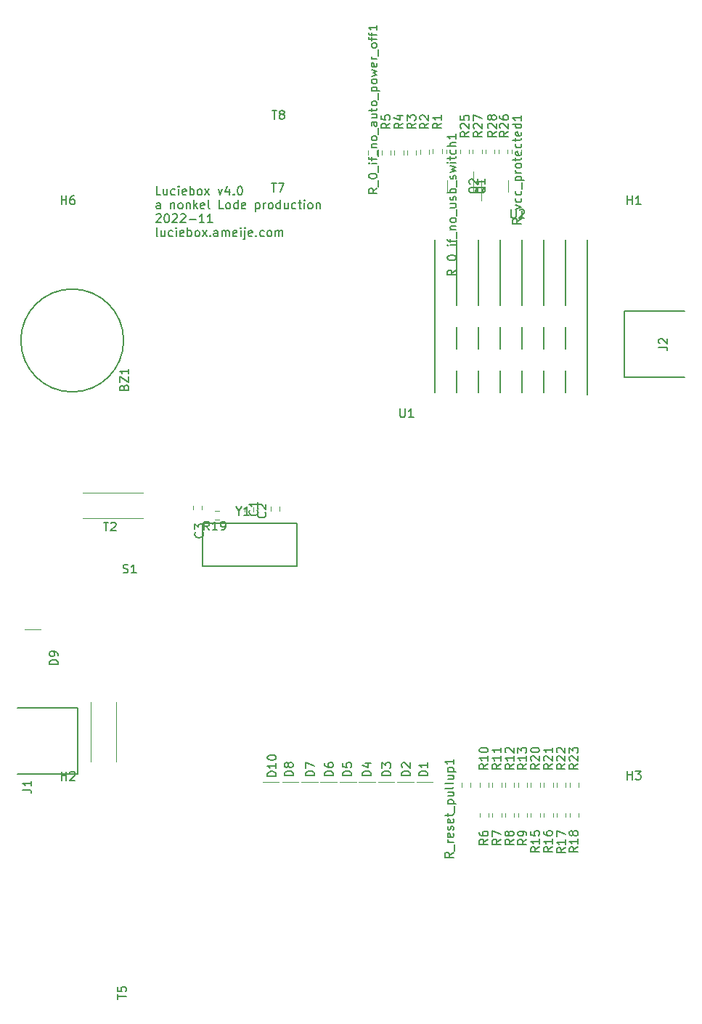
<source format=gbr>
%TF.GenerationSoftware,KiCad,Pcbnew,(6.0.0)*%
%TF.CreationDate,2022-11-14T01:44:22-08:00*%
%TF.ProjectId,Luciebox_v4,4c756369-6562-46f7-985f-76342e6b6963,rev?*%
%TF.SameCoordinates,Original*%
%TF.FileFunction,Legend,Top*%
%TF.FilePolarity,Positive*%
%FSLAX46Y46*%
G04 Gerber Fmt 4.6, Leading zero omitted, Abs format (unit mm)*
G04 Created by KiCad (PCBNEW (6.0.0)) date 2022-11-14 01:44:22*
%MOMM*%
%LPD*%
G01*
G04 APERTURE LIST*
%ADD10C,0.150000*%
%ADD11C,0.120000*%
G04 APERTURE END LIST*
D10*
X58940700Y-25425400D02*
X58940700Y-27965400D01*
X61480700Y-15265400D02*
X61480700Y-22885400D01*
X51320700Y-30505400D02*
X51320700Y-33045400D01*
X48780700Y-15519400D02*
X48780700Y-15265400D01*
X51320700Y-15265400D02*
X51320700Y-22885400D01*
X53860700Y-15265400D02*
X53860700Y-22885400D01*
X66560700Y-33299400D02*
X66560700Y-15265400D01*
X56400700Y-25425400D02*
X56400700Y-27965400D01*
X61480700Y-25425400D02*
X61480700Y-27965400D01*
X64020700Y-25425400D02*
X64020700Y-27965400D01*
X53860700Y-25425400D02*
X53860700Y-27965400D01*
X58940700Y-15265400D02*
X58940700Y-22885400D01*
X61480700Y-30505400D02*
X61480700Y-33045400D01*
X64020700Y-15265400D02*
X64020700Y-22885400D01*
X58940700Y-30505400D02*
X58940700Y-33045400D01*
X53860700Y-30505400D02*
X53860700Y-33045400D01*
X48780700Y-33045400D02*
X48780700Y-15519400D01*
X56400700Y-15265400D02*
X56400700Y-22885400D01*
X51320700Y-25425400D02*
X51320700Y-27965400D01*
X56400700Y-30505400D02*
X56400700Y-33045400D01*
X64020700Y-30505400D02*
X64020700Y-33045400D01*
X16811785Y-10037380D02*
X16335595Y-10037380D01*
X16335595Y-9037380D01*
X17573690Y-9370714D02*
X17573690Y-10037380D01*
X17145119Y-9370714D02*
X17145119Y-9894523D01*
X17192738Y-9989761D01*
X17287976Y-10037380D01*
X17430833Y-10037380D01*
X17526071Y-9989761D01*
X17573690Y-9942142D01*
X18478452Y-9989761D02*
X18383214Y-10037380D01*
X18192738Y-10037380D01*
X18097500Y-9989761D01*
X18049880Y-9942142D01*
X18002261Y-9846904D01*
X18002261Y-9561190D01*
X18049880Y-9465952D01*
X18097500Y-9418333D01*
X18192738Y-9370714D01*
X18383214Y-9370714D01*
X18478452Y-9418333D01*
X18907023Y-10037380D02*
X18907023Y-9370714D01*
X18907023Y-9037380D02*
X18859404Y-9085000D01*
X18907023Y-9132619D01*
X18954642Y-9085000D01*
X18907023Y-9037380D01*
X18907023Y-9132619D01*
X19764166Y-9989761D02*
X19668928Y-10037380D01*
X19478452Y-10037380D01*
X19383214Y-9989761D01*
X19335595Y-9894523D01*
X19335595Y-9513571D01*
X19383214Y-9418333D01*
X19478452Y-9370714D01*
X19668928Y-9370714D01*
X19764166Y-9418333D01*
X19811785Y-9513571D01*
X19811785Y-9608809D01*
X19335595Y-9704047D01*
X20240357Y-10037380D02*
X20240357Y-9037380D01*
X20240357Y-9418333D02*
X20335595Y-9370714D01*
X20526071Y-9370714D01*
X20621309Y-9418333D01*
X20668928Y-9465952D01*
X20716547Y-9561190D01*
X20716547Y-9846904D01*
X20668928Y-9942142D01*
X20621309Y-9989761D01*
X20526071Y-10037380D01*
X20335595Y-10037380D01*
X20240357Y-9989761D01*
X21287976Y-10037380D02*
X21192738Y-9989761D01*
X21145119Y-9942142D01*
X21097500Y-9846904D01*
X21097500Y-9561190D01*
X21145119Y-9465952D01*
X21192738Y-9418333D01*
X21287976Y-9370714D01*
X21430833Y-9370714D01*
X21526071Y-9418333D01*
X21573690Y-9465952D01*
X21621309Y-9561190D01*
X21621309Y-9846904D01*
X21573690Y-9942142D01*
X21526071Y-9989761D01*
X21430833Y-10037380D01*
X21287976Y-10037380D01*
X21954642Y-10037380D02*
X22478452Y-9370714D01*
X21954642Y-9370714D02*
X22478452Y-10037380D01*
X23526071Y-9370714D02*
X23764166Y-10037380D01*
X24002261Y-9370714D01*
X24811785Y-9370714D02*
X24811785Y-10037380D01*
X24573690Y-8989761D02*
X24335595Y-9704047D01*
X24954642Y-9704047D01*
X25335595Y-9942142D02*
X25383214Y-9989761D01*
X25335595Y-10037380D01*
X25287976Y-9989761D01*
X25335595Y-9942142D01*
X25335595Y-10037380D01*
X26002261Y-9037380D02*
X26097500Y-9037380D01*
X26192738Y-9085000D01*
X26240357Y-9132619D01*
X26287976Y-9227857D01*
X26335595Y-9418333D01*
X26335595Y-9656428D01*
X26287976Y-9846904D01*
X26240357Y-9942142D01*
X26192738Y-9989761D01*
X26097500Y-10037380D01*
X26002261Y-10037380D01*
X25907023Y-9989761D01*
X25859404Y-9942142D01*
X25811785Y-9846904D01*
X25764166Y-9656428D01*
X25764166Y-9418333D01*
X25811785Y-9227857D01*
X25859404Y-9132619D01*
X25907023Y-9085000D01*
X26002261Y-9037380D01*
X16764166Y-11647380D02*
X16764166Y-11123571D01*
X16716547Y-11028333D01*
X16621309Y-10980714D01*
X16430833Y-10980714D01*
X16335595Y-11028333D01*
X16764166Y-11599761D02*
X16668928Y-11647380D01*
X16430833Y-11647380D01*
X16335595Y-11599761D01*
X16287976Y-11504523D01*
X16287976Y-11409285D01*
X16335595Y-11314047D01*
X16430833Y-11266428D01*
X16668928Y-11266428D01*
X16764166Y-11218809D01*
X18002261Y-10980714D02*
X18002261Y-11647380D01*
X18002261Y-11075952D02*
X18049880Y-11028333D01*
X18145119Y-10980714D01*
X18287976Y-10980714D01*
X18383214Y-11028333D01*
X18430833Y-11123571D01*
X18430833Y-11647380D01*
X19049880Y-11647380D02*
X18954642Y-11599761D01*
X18907023Y-11552142D01*
X18859404Y-11456904D01*
X18859404Y-11171190D01*
X18907023Y-11075952D01*
X18954642Y-11028333D01*
X19049880Y-10980714D01*
X19192738Y-10980714D01*
X19287976Y-11028333D01*
X19335595Y-11075952D01*
X19383214Y-11171190D01*
X19383214Y-11456904D01*
X19335595Y-11552142D01*
X19287976Y-11599761D01*
X19192738Y-11647380D01*
X19049880Y-11647380D01*
X19811785Y-10980714D02*
X19811785Y-11647380D01*
X19811785Y-11075952D02*
X19859404Y-11028333D01*
X19954642Y-10980714D01*
X20097500Y-10980714D01*
X20192738Y-11028333D01*
X20240357Y-11123571D01*
X20240357Y-11647380D01*
X20716547Y-11647380D02*
X20716547Y-10647380D01*
X20811785Y-11266428D02*
X21097500Y-11647380D01*
X21097500Y-10980714D02*
X20716547Y-11361666D01*
X21907023Y-11599761D02*
X21811785Y-11647380D01*
X21621309Y-11647380D01*
X21526071Y-11599761D01*
X21478452Y-11504523D01*
X21478452Y-11123571D01*
X21526071Y-11028333D01*
X21621309Y-10980714D01*
X21811785Y-10980714D01*
X21907023Y-11028333D01*
X21954642Y-11123571D01*
X21954642Y-11218809D01*
X21478452Y-11314047D01*
X22526071Y-11647380D02*
X22430833Y-11599761D01*
X22383214Y-11504523D01*
X22383214Y-10647380D01*
X24145119Y-11647380D02*
X23668928Y-11647380D01*
X23668928Y-10647380D01*
X24621309Y-11647380D02*
X24526071Y-11599761D01*
X24478452Y-11552142D01*
X24430833Y-11456904D01*
X24430833Y-11171190D01*
X24478452Y-11075952D01*
X24526071Y-11028333D01*
X24621309Y-10980714D01*
X24764166Y-10980714D01*
X24859404Y-11028333D01*
X24907023Y-11075952D01*
X24954642Y-11171190D01*
X24954642Y-11456904D01*
X24907023Y-11552142D01*
X24859404Y-11599761D01*
X24764166Y-11647380D01*
X24621309Y-11647380D01*
X25811785Y-11647380D02*
X25811785Y-10647380D01*
X25811785Y-11599761D02*
X25716547Y-11647380D01*
X25526071Y-11647380D01*
X25430833Y-11599761D01*
X25383214Y-11552142D01*
X25335595Y-11456904D01*
X25335595Y-11171190D01*
X25383214Y-11075952D01*
X25430833Y-11028333D01*
X25526071Y-10980714D01*
X25716547Y-10980714D01*
X25811785Y-11028333D01*
X26668928Y-11599761D02*
X26573690Y-11647380D01*
X26383214Y-11647380D01*
X26287976Y-11599761D01*
X26240357Y-11504523D01*
X26240357Y-11123571D01*
X26287976Y-11028333D01*
X26383214Y-10980714D01*
X26573690Y-10980714D01*
X26668928Y-11028333D01*
X26716547Y-11123571D01*
X26716547Y-11218809D01*
X26240357Y-11314047D01*
X27907023Y-10980714D02*
X27907023Y-11980714D01*
X27907023Y-11028333D02*
X28002261Y-10980714D01*
X28192738Y-10980714D01*
X28287976Y-11028333D01*
X28335595Y-11075952D01*
X28383214Y-11171190D01*
X28383214Y-11456904D01*
X28335595Y-11552142D01*
X28287976Y-11599761D01*
X28192738Y-11647380D01*
X28002261Y-11647380D01*
X27907023Y-11599761D01*
X28811785Y-11647380D02*
X28811785Y-10980714D01*
X28811785Y-11171190D02*
X28859404Y-11075952D01*
X28907023Y-11028333D01*
X29002261Y-10980714D01*
X29097500Y-10980714D01*
X29573690Y-11647380D02*
X29478452Y-11599761D01*
X29430833Y-11552142D01*
X29383214Y-11456904D01*
X29383214Y-11171190D01*
X29430833Y-11075952D01*
X29478452Y-11028333D01*
X29573690Y-10980714D01*
X29716547Y-10980714D01*
X29811785Y-11028333D01*
X29859404Y-11075952D01*
X29907023Y-11171190D01*
X29907023Y-11456904D01*
X29859404Y-11552142D01*
X29811785Y-11599761D01*
X29716547Y-11647380D01*
X29573690Y-11647380D01*
X30764166Y-11647380D02*
X30764166Y-10647380D01*
X30764166Y-11599761D02*
X30668928Y-11647380D01*
X30478452Y-11647380D01*
X30383214Y-11599761D01*
X30335595Y-11552142D01*
X30287976Y-11456904D01*
X30287976Y-11171190D01*
X30335595Y-11075952D01*
X30383214Y-11028333D01*
X30478452Y-10980714D01*
X30668928Y-10980714D01*
X30764166Y-11028333D01*
X31668928Y-10980714D02*
X31668928Y-11647380D01*
X31240357Y-10980714D02*
X31240357Y-11504523D01*
X31287976Y-11599761D01*
X31383214Y-11647380D01*
X31526071Y-11647380D01*
X31621309Y-11599761D01*
X31668928Y-11552142D01*
X32573690Y-11599761D02*
X32478452Y-11647380D01*
X32287976Y-11647380D01*
X32192738Y-11599761D01*
X32145119Y-11552142D01*
X32097500Y-11456904D01*
X32097500Y-11171190D01*
X32145119Y-11075952D01*
X32192738Y-11028333D01*
X32287976Y-10980714D01*
X32478452Y-10980714D01*
X32573690Y-11028333D01*
X32859404Y-10980714D02*
X33240357Y-10980714D01*
X33002261Y-10647380D02*
X33002261Y-11504523D01*
X33049880Y-11599761D01*
X33145119Y-11647380D01*
X33240357Y-11647380D01*
X33573690Y-11647380D02*
X33573690Y-10980714D01*
X33573690Y-10647380D02*
X33526071Y-10695000D01*
X33573690Y-10742619D01*
X33621309Y-10695000D01*
X33573690Y-10647380D01*
X33573690Y-10742619D01*
X34192738Y-11647380D02*
X34097500Y-11599761D01*
X34049880Y-11552142D01*
X34002261Y-11456904D01*
X34002261Y-11171190D01*
X34049880Y-11075952D01*
X34097500Y-11028333D01*
X34192738Y-10980714D01*
X34335595Y-10980714D01*
X34430833Y-11028333D01*
X34478452Y-11075952D01*
X34526071Y-11171190D01*
X34526071Y-11456904D01*
X34478452Y-11552142D01*
X34430833Y-11599761D01*
X34335595Y-11647380D01*
X34192738Y-11647380D01*
X34954642Y-10980714D02*
X34954642Y-11647380D01*
X34954642Y-11075952D02*
X35002261Y-11028333D01*
X35097500Y-10980714D01*
X35240357Y-10980714D01*
X35335595Y-11028333D01*
X35383214Y-11123571D01*
X35383214Y-11647380D01*
X16287976Y-12352619D02*
X16335595Y-12305000D01*
X16430833Y-12257380D01*
X16668928Y-12257380D01*
X16764166Y-12305000D01*
X16811785Y-12352619D01*
X16859404Y-12447857D01*
X16859404Y-12543095D01*
X16811785Y-12685952D01*
X16240357Y-13257380D01*
X16859404Y-13257380D01*
X17478452Y-12257380D02*
X17573690Y-12257380D01*
X17668928Y-12305000D01*
X17716547Y-12352619D01*
X17764166Y-12447857D01*
X17811785Y-12638333D01*
X17811785Y-12876428D01*
X17764166Y-13066904D01*
X17716547Y-13162142D01*
X17668928Y-13209761D01*
X17573690Y-13257380D01*
X17478452Y-13257380D01*
X17383214Y-13209761D01*
X17335595Y-13162142D01*
X17287976Y-13066904D01*
X17240357Y-12876428D01*
X17240357Y-12638333D01*
X17287976Y-12447857D01*
X17335595Y-12352619D01*
X17383214Y-12305000D01*
X17478452Y-12257380D01*
X18192738Y-12352619D02*
X18240357Y-12305000D01*
X18335595Y-12257380D01*
X18573690Y-12257380D01*
X18668928Y-12305000D01*
X18716547Y-12352619D01*
X18764166Y-12447857D01*
X18764166Y-12543095D01*
X18716547Y-12685952D01*
X18145119Y-13257380D01*
X18764166Y-13257380D01*
X19145119Y-12352619D02*
X19192738Y-12305000D01*
X19287976Y-12257380D01*
X19526071Y-12257380D01*
X19621309Y-12305000D01*
X19668928Y-12352619D01*
X19716547Y-12447857D01*
X19716547Y-12543095D01*
X19668928Y-12685952D01*
X19097500Y-13257380D01*
X19716547Y-13257380D01*
X20145119Y-12876428D02*
X20907023Y-12876428D01*
X21907023Y-13257380D02*
X21335595Y-13257380D01*
X21621309Y-13257380D02*
X21621309Y-12257380D01*
X21526071Y-12400238D01*
X21430833Y-12495476D01*
X21335595Y-12543095D01*
X22859404Y-13257380D02*
X22287976Y-13257380D01*
X22573690Y-13257380D02*
X22573690Y-12257380D01*
X22478452Y-12400238D01*
X22383214Y-12495476D01*
X22287976Y-12543095D01*
X16478452Y-14867380D02*
X16383214Y-14819761D01*
X16335595Y-14724523D01*
X16335595Y-13867380D01*
X17287976Y-14200714D02*
X17287976Y-14867380D01*
X16859404Y-14200714D02*
X16859404Y-14724523D01*
X16907023Y-14819761D01*
X17002261Y-14867380D01*
X17145119Y-14867380D01*
X17240357Y-14819761D01*
X17287976Y-14772142D01*
X18192738Y-14819761D02*
X18097500Y-14867380D01*
X17907023Y-14867380D01*
X17811785Y-14819761D01*
X17764166Y-14772142D01*
X17716547Y-14676904D01*
X17716547Y-14391190D01*
X17764166Y-14295952D01*
X17811785Y-14248333D01*
X17907023Y-14200714D01*
X18097500Y-14200714D01*
X18192738Y-14248333D01*
X18621309Y-14867380D02*
X18621309Y-14200714D01*
X18621309Y-13867380D02*
X18573690Y-13915000D01*
X18621309Y-13962619D01*
X18668928Y-13915000D01*
X18621309Y-13867380D01*
X18621309Y-13962619D01*
X19478452Y-14819761D02*
X19383214Y-14867380D01*
X19192738Y-14867380D01*
X19097500Y-14819761D01*
X19049880Y-14724523D01*
X19049880Y-14343571D01*
X19097500Y-14248333D01*
X19192738Y-14200714D01*
X19383214Y-14200714D01*
X19478452Y-14248333D01*
X19526071Y-14343571D01*
X19526071Y-14438809D01*
X19049880Y-14534047D01*
X19954642Y-14867380D02*
X19954642Y-13867380D01*
X19954642Y-14248333D02*
X20049880Y-14200714D01*
X20240357Y-14200714D01*
X20335595Y-14248333D01*
X20383214Y-14295952D01*
X20430833Y-14391190D01*
X20430833Y-14676904D01*
X20383214Y-14772142D01*
X20335595Y-14819761D01*
X20240357Y-14867380D01*
X20049880Y-14867380D01*
X19954642Y-14819761D01*
X21002261Y-14867380D02*
X20907023Y-14819761D01*
X20859404Y-14772142D01*
X20811785Y-14676904D01*
X20811785Y-14391190D01*
X20859404Y-14295952D01*
X20907023Y-14248333D01*
X21002261Y-14200714D01*
X21145119Y-14200714D01*
X21240357Y-14248333D01*
X21287976Y-14295952D01*
X21335595Y-14391190D01*
X21335595Y-14676904D01*
X21287976Y-14772142D01*
X21240357Y-14819761D01*
X21145119Y-14867380D01*
X21002261Y-14867380D01*
X21668928Y-14867380D02*
X22192738Y-14200714D01*
X21668928Y-14200714D02*
X22192738Y-14867380D01*
X22573690Y-14772142D02*
X22621309Y-14819761D01*
X22573690Y-14867380D01*
X22526071Y-14819761D01*
X22573690Y-14772142D01*
X22573690Y-14867380D01*
X23478452Y-14867380D02*
X23478452Y-14343571D01*
X23430833Y-14248333D01*
X23335595Y-14200714D01*
X23145119Y-14200714D01*
X23049880Y-14248333D01*
X23478452Y-14819761D02*
X23383214Y-14867380D01*
X23145119Y-14867380D01*
X23049880Y-14819761D01*
X23002261Y-14724523D01*
X23002261Y-14629285D01*
X23049880Y-14534047D01*
X23145119Y-14486428D01*
X23383214Y-14486428D01*
X23478452Y-14438809D01*
X23954642Y-14867380D02*
X23954642Y-14200714D01*
X23954642Y-14295952D02*
X24002261Y-14248333D01*
X24097500Y-14200714D01*
X24240357Y-14200714D01*
X24335595Y-14248333D01*
X24383214Y-14343571D01*
X24383214Y-14867380D01*
X24383214Y-14343571D02*
X24430833Y-14248333D01*
X24526071Y-14200714D01*
X24668928Y-14200714D01*
X24764166Y-14248333D01*
X24811785Y-14343571D01*
X24811785Y-14867380D01*
X25668928Y-14819761D02*
X25573690Y-14867380D01*
X25383214Y-14867380D01*
X25287976Y-14819761D01*
X25240357Y-14724523D01*
X25240357Y-14343571D01*
X25287976Y-14248333D01*
X25383214Y-14200714D01*
X25573690Y-14200714D01*
X25668928Y-14248333D01*
X25716547Y-14343571D01*
X25716547Y-14438809D01*
X25240357Y-14534047D01*
X26145119Y-14867380D02*
X26145119Y-14200714D01*
X26145119Y-13867380D02*
X26097500Y-13915000D01*
X26145119Y-13962619D01*
X26192738Y-13915000D01*
X26145119Y-13867380D01*
X26145119Y-13962619D01*
X26621309Y-14200714D02*
X26621309Y-15057857D01*
X26573690Y-15153095D01*
X26478452Y-15200714D01*
X26430833Y-15200714D01*
X26621309Y-13867380D02*
X26573690Y-13915000D01*
X26621309Y-13962619D01*
X26668928Y-13915000D01*
X26621309Y-13867380D01*
X26621309Y-13962619D01*
X27478452Y-14819761D02*
X27383214Y-14867380D01*
X27192738Y-14867380D01*
X27097500Y-14819761D01*
X27049880Y-14724523D01*
X27049880Y-14343571D01*
X27097500Y-14248333D01*
X27192738Y-14200714D01*
X27383214Y-14200714D01*
X27478452Y-14248333D01*
X27526071Y-14343571D01*
X27526071Y-14438809D01*
X27049880Y-14534047D01*
X27954642Y-14772142D02*
X28002261Y-14819761D01*
X27954642Y-14867380D01*
X27907023Y-14819761D01*
X27954642Y-14772142D01*
X27954642Y-14867380D01*
X28859404Y-14819761D02*
X28764166Y-14867380D01*
X28573690Y-14867380D01*
X28478452Y-14819761D01*
X28430833Y-14772142D01*
X28383214Y-14676904D01*
X28383214Y-14391190D01*
X28430833Y-14295952D01*
X28478452Y-14248333D01*
X28573690Y-14200714D01*
X28764166Y-14200714D01*
X28859404Y-14248333D01*
X29430833Y-14867380D02*
X29335595Y-14819761D01*
X29287976Y-14772142D01*
X29240357Y-14676904D01*
X29240357Y-14391190D01*
X29287976Y-14295952D01*
X29335595Y-14248333D01*
X29430833Y-14200714D01*
X29573690Y-14200714D01*
X29668928Y-14248333D01*
X29716547Y-14295952D01*
X29764166Y-14391190D01*
X29764166Y-14676904D01*
X29716547Y-14772142D01*
X29668928Y-14819761D01*
X29573690Y-14867380D01*
X29430833Y-14867380D01*
X30192738Y-14867380D02*
X30192738Y-14200714D01*
X30192738Y-14295952D02*
X30240357Y-14248333D01*
X30335595Y-14200714D01*
X30478452Y-14200714D01*
X30573690Y-14248333D01*
X30621309Y-14343571D01*
X30621309Y-14867380D01*
X30621309Y-14343571D02*
X30668928Y-14248333D01*
X30764166Y-14200714D01*
X30907023Y-14200714D01*
X31002261Y-14248333D01*
X31049880Y-14343571D01*
X31049880Y-14867380D01*
%TO.C,R11*%
X56479180Y-76338857D02*
X56002990Y-76672190D01*
X56479180Y-76910285D02*
X55479180Y-76910285D01*
X55479180Y-76529333D01*
X55526800Y-76434095D01*
X55574419Y-76386476D01*
X55669657Y-76338857D01*
X55812514Y-76338857D01*
X55907752Y-76386476D01*
X55955371Y-76434095D01*
X56002990Y-76529333D01*
X56002990Y-76910285D01*
X56479180Y-75386476D02*
X56479180Y-75957904D01*
X56479180Y-75672190D02*
X55479180Y-75672190D01*
X55622038Y-75767428D01*
X55717276Y-75862666D01*
X55764895Y-75957904D01*
X56479180Y-74434095D02*
X56479180Y-75005523D01*
X56479180Y-74719809D02*
X55479180Y-74719809D01*
X55622038Y-74815047D01*
X55717276Y-74910285D01*
X55764895Y-75005523D01*
%TO.C,R13*%
X59479180Y-76338857D02*
X59002990Y-76672190D01*
X59479180Y-76910285D02*
X58479180Y-76910285D01*
X58479180Y-76529333D01*
X58526800Y-76434095D01*
X58574419Y-76386476D01*
X58669657Y-76338857D01*
X58812514Y-76338857D01*
X58907752Y-76386476D01*
X58955371Y-76434095D01*
X59002990Y-76529333D01*
X59002990Y-76910285D01*
X59479180Y-75386476D02*
X59479180Y-75957904D01*
X59479180Y-75672190D02*
X58479180Y-75672190D01*
X58622038Y-75767428D01*
X58717276Y-75862666D01*
X58764895Y-75957904D01*
X58479180Y-75053142D02*
X58479180Y-74434095D01*
X58860133Y-74767428D01*
X58860133Y-74624571D01*
X58907752Y-74529333D01*
X58955371Y-74481714D01*
X59050609Y-74434095D01*
X59288704Y-74434095D01*
X59383942Y-74481714D01*
X59431561Y-74529333D01*
X59479180Y-74624571D01*
X59479180Y-74910285D01*
X59431561Y-75005523D01*
X59383942Y-75053142D01*
%TO.C,R5*%
X43552380Y-1690666D02*
X43076190Y-2024000D01*
X43552380Y-2262095D02*
X42552380Y-2262095D01*
X42552380Y-1881142D01*
X42600000Y-1785904D01*
X42647619Y-1738285D01*
X42742857Y-1690666D01*
X42885714Y-1690666D01*
X42980952Y-1738285D01*
X43028571Y-1785904D01*
X43076190Y-1881142D01*
X43076190Y-2262095D01*
X42552380Y-785904D02*
X42552380Y-1262095D01*
X43028571Y-1309714D01*
X42980952Y-1262095D01*
X42933333Y-1166857D01*
X42933333Y-928761D01*
X42980952Y-833523D01*
X43028571Y-785904D01*
X43123809Y-738285D01*
X43361904Y-738285D01*
X43457142Y-785904D01*
X43504761Y-833523D01*
X43552380Y-928761D01*
X43552380Y-1166857D01*
X43504761Y-1262095D01*
X43457142Y-1309714D01*
%TO.C,D7*%
X34742380Y-77700095D02*
X33742380Y-77700095D01*
X33742380Y-77462000D01*
X33790000Y-77319142D01*
X33885238Y-77223904D01*
X33980476Y-77176285D01*
X34170952Y-77128666D01*
X34313809Y-77128666D01*
X34504285Y-77176285D01*
X34599523Y-77223904D01*
X34694761Y-77319142D01*
X34742380Y-77462000D01*
X34742380Y-77700095D01*
X33742380Y-76795333D02*
X33742380Y-76128666D01*
X34742380Y-76557238D01*
%TO.C,D1*%
X47950380Y-77700095D02*
X46950380Y-77700095D01*
X46950380Y-77462000D01*
X46998000Y-77319142D01*
X47093238Y-77223904D01*
X47188476Y-77176285D01*
X47378952Y-77128666D01*
X47521809Y-77128666D01*
X47712285Y-77176285D01*
X47807523Y-77223904D01*
X47902761Y-77319142D01*
X47950380Y-77462000D01*
X47950380Y-77700095D01*
X47950380Y-76176285D02*
X47950380Y-76747714D01*
X47950380Y-76462000D02*
X46950380Y-76462000D01*
X47093238Y-76557238D01*
X47188476Y-76652476D01*
X47236095Y-76747714D01*
%TO.C,D2*%
X45918380Y-77700095D02*
X44918380Y-77700095D01*
X44918380Y-77462000D01*
X44966000Y-77319142D01*
X45061238Y-77223904D01*
X45156476Y-77176285D01*
X45346952Y-77128666D01*
X45489809Y-77128666D01*
X45680285Y-77176285D01*
X45775523Y-77223904D01*
X45870761Y-77319142D01*
X45918380Y-77462000D01*
X45918380Y-77700095D01*
X45013619Y-76747714D02*
X44966000Y-76700095D01*
X44918380Y-76604857D01*
X44918380Y-76366761D01*
X44966000Y-76271523D01*
X45013619Y-76223904D01*
X45108857Y-76176285D01*
X45204095Y-76176285D01*
X45346952Y-76223904D01*
X45918380Y-76795333D01*
X45918380Y-76176285D01*
%TO.C,D3*%
X43632380Y-77700095D02*
X42632380Y-77700095D01*
X42632380Y-77462000D01*
X42680000Y-77319142D01*
X42775238Y-77223904D01*
X42870476Y-77176285D01*
X43060952Y-77128666D01*
X43203809Y-77128666D01*
X43394285Y-77176285D01*
X43489523Y-77223904D01*
X43584761Y-77319142D01*
X43632380Y-77462000D01*
X43632380Y-77700095D01*
X42632380Y-76795333D02*
X42632380Y-76176285D01*
X43013333Y-76509619D01*
X43013333Y-76366761D01*
X43060952Y-76271523D01*
X43108571Y-76223904D01*
X43203809Y-76176285D01*
X43441904Y-76176285D01*
X43537142Y-76223904D01*
X43584761Y-76271523D01*
X43632380Y-76366761D01*
X43632380Y-76652476D01*
X43584761Y-76747714D01*
X43537142Y-76795333D01*
%TO.C,T5*%
X11797380Y-103714904D02*
X11797380Y-103143476D01*
X12797380Y-103429190D02*
X11797380Y-103429190D01*
X11797380Y-102333952D02*
X11797380Y-102810142D01*
X12273571Y-102857761D01*
X12225952Y-102810142D01*
X12178333Y-102714904D01*
X12178333Y-102476809D01*
X12225952Y-102381571D01*
X12273571Y-102333952D01*
X12368809Y-102286333D01*
X12606904Y-102286333D01*
X12702142Y-102333952D01*
X12749761Y-102381571D01*
X12797380Y-102476809D01*
X12797380Y-102714904D01*
X12749761Y-102810142D01*
X12702142Y-102857761D01*
%TO.C,R8*%
X57979180Y-85112666D02*
X57502990Y-85446000D01*
X57979180Y-85684095D02*
X56979180Y-85684095D01*
X56979180Y-85303142D01*
X57026800Y-85207904D01*
X57074419Y-85160285D01*
X57169657Y-85112666D01*
X57312514Y-85112666D01*
X57407752Y-85160285D01*
X57455371Y-85207904D01*
X57502990Y-85303142D01*
X57502990Y-85684095D01*
X57407752Y-84541238D02*
X57360133Y-84636476D01*
X57312514Y-84684095D01*
X57217276Y-84731714D01*
X57169657Y-84731714D01*
X57074419Y-84684095D01*
X57026800Y-84636476D01*
X56979180Y-84541238D01*
X56979180Y-84350761D01*
X57026800Y-84255523D01*
X57074419Y-84207904D01*
X57169657Y-84160285D01*
X57217276Y-84160285D01*
X57312514Y-84207904D01*
X57360133Y-84255523D01*
X57407752Y-84350761D01*
X57407752Y-84541238D01*
X57455371Y-84636476D01*
X57502990Y-84684095D01*
X57598228Y-84731714D01*
X57788704Y-84731714D01*
X57883942Y-84684095D01*
X57931561Y-84636476D01*
X57979180Y-84541238D01*
X57979180Y-84350761D01*
X57931561Y-84255523D01*
X57883942Y-84207904D01*
X57788704Y-84160285D01*
X57598228Y-84160285D01*
X57502990Y-84207904D01*
X57455371Y-84255523D01*
X57407752Y-84350761D01*
%TO.C,H2*%
X5238095Y-78232380D02*
X5238095Y-77232380D01*
X5238095Y-77708571D02*
X5809523Y-77708571D01*
X5809523Y-78232380D02*
X5809523Y-77232380D01*
X6238095Y-77327619D02*
X6285714Y-77280000D01*
X6380952Y-77232380D01*
X6619047Y-77232380D01*
X6714285Y-77280000D01*
X6761904Y-77327619D01*
X6809523Y-77422857D01*
X6809523Y-77518095D01*
X6761904Y-77660952D01*
X6190476Y-78232380D01*
X6809523Y-78232380D01*
%TO.C,Q1*%
X54697619Y-9095238D02*
X54650000Y-9190476D01*
X54554761Y-9285714D01*
X54411904Y-9428571D01*
X54364285Y-9523809D01*
X54364285Y-9619047D01*
X54602380Y-9571428D02*
X54554761Y-9666666D01*
X54459523Y-9761904D01*
X54269047Y-9809523D01*
X53935714Y-9809523D01*
X53745238Y-9761904D01*
X53650000Y-9666666D01*
X53602380Y-9571428D01*
X53602380Y-9380952D01*
X53650000Y-9285714D01*
X53745238Y-9190476D01*
X53935714Y-9142857D01*
X54269047Y-9142857D01*
X54459523Y-9190476D01*
X54554761Y-9285714D01*
X54602380Y-9380952D01*
X54602380Y-9571428D01*
X54602380Y-8190476D02*
X54602380Y-8761904D01*
X54602380Y-8476190D02*
X53602380Y-8476190D01*
X53745238Y-8571428D01*
X53840476Y-8666666D01*
X53888095Y-8761904D01*
%TO.C,C2*%
X28999142Y-47008666D02*
X29046761Y-47056285D01*
X29094380Y-47199142D01*
X29094380Y-47294380D01*
X29046761Y-47437238D01*
X28951523Y-47532476D01*
X28856285Y-47580095D01*
X28665809Y-47627714D01*
X28522952Y-47627714D01*
X28332476Y-47580095D01*
X28237238Y-47532476D01*
X28142000Y-47437238D01*
X28094380Y-47294380D01*
X28094380Y-47199142D01*
X28142000Y-47056285D01*
X28189619Y-47008666D01*
X28189619Y-46627714D02*
X28142000Y-46580095D01*
X28094380Y-46484857D01*
X28094380Y-46246761D01*
X28142000Y-46151523D01*
X28189619Y-46103904D01*
X28284857Y-46056285D01*
X28380095Y-46056285D01*
X28522952Y-46103904D01*
X29094380Y-46675333D01*
X29094380Y-46056285D01*
%TO.C,Y1*%
X25941809Y-46866190D02*
X25941809Y-47342380D01*
X25608476Y-46342380D02*
X25941809Y-46866190D01*
X26275142Y-46342380D01*
X27132285Y-47342380D02*
X26560857Y-47342380D01*
X26846571Y-47342380D02*
X26846571Y-46342380D01*
X26751333Y-46485238D01*
X26656095Y-46580476D01*
X26560857Y-46628095D01*
%TO.C,R_0_if_no_auto_power_off1*%
X42057580Y-9265676D02*
X41581390Y-9599009D01*
X42057580Y-9837104D02*
X41057580Y-9837104D01*
X41057580Y-9456152D01*
X41105200Y-9360914D01*
X41152819Y-9313295D01*
X41248057Y-9265676D01*
X41390914Y-9265676D01*
X41486152Y-9313295D01*
X41533771Y-9360914D01*
X41581390Y-9456152D01*
X41581390Y-9837104D01*
X42152819Y-9075200D02*
X42152819Y-8313295D01*
X41057580Y-7884723D02*
X41057580Y-7789485D01*
X41105200Y-7694247D01*
X41152819Y-7646628D01*
X41248057Y-7599009D01*
X41438533Y-7551390D01*
X41676628Y-7551390D01*
X41867104Y-7599009D01*
X41962342Y-7646628D01*
X42009961Y-7694247D01*
X42057580Y-7789485D01*
X42057580Y-7884723D01*
X42009961Y-7979961D01*
X41962342Y-8027580D01*
X41867104Y-8075200D01*
X41676628Y-8122819D01*
X41438533Y-8122819D01*
X41248057Y-8075200D01*
X41152819Y-8027580D01*
X41105200Y-7979961D01*
X41057580Y-7884723D01*
X42152819Y-7360914D02*
X42152819Y-6599009D01*
X42057580Y-6360914D02*
X41390914Y-6360914D01*
X41057580Y-6360914D02*
X41105200Y-6408533D01*
X41152819Y-6360914D01*
X41105200Y-6313295D01*
X41057580Y-6360914D01*
X41152819Y-6360914D01*
X41390914Y-6027580D02*
X41390914Y-5646628D01*
X42057580Y-5884723D02*
X41200438Y-5884723D01*
X41105200Y-5837104D01*
X41057580Y-5741866D01*
X41057580Y-5646628D01*
X42152819Y-5551390D02*
X42152819Y-4789485D01*
X41390914Y-4551390D02*
X42057580Y-4551390D01*
X41486152Y-4551390D02*
X41438533Y-4503771D01*
X41390914Y-4408533D01*
X41390914Y-4265676D01*
X41438533Y-4170438D01*
X41533771Y-4122819D01*
X42057580Y-4122819D01*
X42057580Y-3503771D02*
X42009961Y-3599009D01*
X41962342Y-3646628D01*
X41867104Y-3694247D01*
X41581390Y-3694247D01*
X41486152Y-3646628D01*
X41438533Y-3599009D01*
X41390914Y-3503771D01*
X41390914Y-3360914D01*
X41438533Y-3265676D01*
X41486152Y-3218057D01*
X41581390Y-3170438D01*
X41867104Y-3170438D01*
X41962342Y-3218057D01*
X42009961Y-3265676D01*
X42057580Y-3360914D01*
X42057580Y-3503771D01*
X42152819Y-2979961D02*
X42152819Y-2218057D01*
X42057580Y-1551390D02*
X41533771Y-1551390D01*
X41438533Y-1599009D01*
X41390914Y-1694247D01*
X41390914Y-1884723D01*
X41438533Y-1979961D01*
X42009961Y-1551390D02*
X42057580Y-1646628D01*
X42057580Y-1884723D01*
X42009961Y-1979961D01*
X41914723Y-2027580D01*
X41819485Y-2027580D01*
X41724247Y-1979961D01*
X41676628Y-1884723D01*
X41676628Y-1646628D01*
X41629009Y-1551390D01*
X41390914Y-646628D02*
X42057580Y-646628D01*
X41390914Y-1075200D02*
X41914723Y-1075200D01*
X42009961Y-1027580D01*
X42057580Y-932342D01*
X42057580Y-789485D01*
X42009961Y-694247D01*
X41962342Y-646628D01*
X41390914Y-313295D02*
X41390914Y67657D01*
X41057580Y-170438D02*
X41914723Y-170438D01*
X42009961Y-122819D01*
X42057580Y-27580D01*
X42057580Y67657D01*
X42057580Y543847D02*
X42009961Y448609D01*
X41962342Y400990D01*
X41867104Y353371D01*
X41581390Y353371D01*
X41486152Y400990D01*
X41438533Y448609D01*
X41390914Y543847D01*
X41390914Y686704D01*
X41438533Y781942D01*
X41486152Y829561D01*
X41581390Y877180D01*
X41867104Y877180D01*
X41962342Y829561D01*
X42009961Y781942D01*
X42057580Y686704D01*
X42057580Y543847D01*
X42152819Y1067657D02*
X42152819Y1829561D01*
X41390914Y2067657D02*
X42390914Y2067657D01*
X41438533Y2067657D02*
X41390914Y2162895D01*
X41390914Y2353371D01*
X41438533Y2448609D01*
X41486152Y2496228D01*
X41581390Y2543847D01*
X41867104Y2543847D01*
X41962342Y2496228D01*
X42009961Y2448609D01*
X42057580Y2353371D01*
X42057580Y2162895D01*
X42009961Y2067657D01*
X42057580Y3115276D02*
X42009961Y3020038D01*
X41962342Y2972419D01*
X41867104Y2924799D01*
X41581390Y2924799D01*
X41486152Y2972419D01*
X41438533Y3020038D01*
X41390914Y3115276D01*
X41390914Y3258133D01*
X41438533Y3353371D01*
X41486152Y3400990D01*
X41581390Y3448609D01*
X41867104Y3448609D01*
X41962342Y3400990D01*
X42009961Y3353371D01*
X42057580Y3258133D01*
X42057580Y3115276D01*
X41390914Y3781942D02*
X42057580Y3972419D01*
X41581390Y4162895D01*
X42057580Y4353371D01*
X41390914Y4543847D01*
X42009961Y5305752D02*
X42057580Y5210514D01*
X42057580Y5020038D01*
X42009961Y4924799D01*
X41914723Y4877180D01*
X41533771Y4877180D01*
X41438533Y4924799D01*
X41390914Y5020038D01*
X41390914Y5210514D01*
X41438533Y5305752D01*
X41533771Y5353371D01*
X41629009Y5353371D01*
X41724247Y4877180D01*
X42057580Y5781942D02*
X41390914Y5781942D01*
X41581390Y5781942D02*
X41486152Y5829561D01*
X41438533Y5877180D01*
X41390914Y5972419D01*
X41390914Y6067657D01*
X42152819Y6162895D02*
X42152819Y6924799D01*
X42057580Y7305752D02*
X42009961Y7210514D01*
X41962342Y7162895D01*
X41867104Y7115276D01*
X41581390Y7115276D01*
X41486152Y7162895D01*
X41438533Y7210514D01*
X41390914Y7305752D01*
X41390914Y7448609D01*
X41438533Y7543847D01*
X41486152Y7591466D01*
X41581390Y7639085D01*
X41867104Y7639085D01*
X41962342Y7591466D01*
X42009961Y7543847D01*
X42057580Y7448609D01*
X42057580Y7305752D01*
X41390914Y7924799D02*
X41390914Y8305752D01*
X42057580Y8067657D02*
X41200438Y8067657D01*
X41105200Y8115276D01*
X41057580Y8210514D01*
X41057580Y8305752D01*
X41390914Y8496228D02*
X41390914Y8877180D01*
X42057580Y8639085D02*
X41200438Y8639085D01*
X41105200Y8686704D01*
X41057580Y8781942D01*
X41057580Y8877180D01*
X42057580Y9734323D02*
X42057580Y9162895D01*
X42057580Y9448609D02*
X41057580Y9448609D01*
X41200438Y9353371D01*
X41295676Y9258133D01*
X41343295Y9162895D01*
%TO.C,R23*%
X65479180Y-76338857D02*
X65002990Y-76672190D01*
X65479180Y-76910285D02*
X64479180Y-76910285D01*
X64479180Y-76529333D01*
X64526800Y-76434095D01*
X64574419Y-76386476D01*
X64669657Y-76338857D01*
X64812514Y-76338857D01*
X64907752Y-76386476D01*
X64955371Y-76434095D01*
X65002990Y-76529333D01*
X65002990Y-76910285D01*
X64574419Y-75957904D02*
X64526800Y-75910285D01*
X64479180Y-75815047D01*
X64479180Y-75576952D01*
X64526800Y-75481714D01*
X64574419Y-75434095D01*
X64669657Y-75386476D01*
X64764895Y-75386476D01*
X64907752Y-75434095D01*
X65479180Y-76005523D01*
X65479180Y-75386476D01*
X64479180Y-75053142D02*
X64479180Y-74434095D01*
X64860133Y-74767428D01*
X64860133Y-74624571D01*
X64907752Y-74529333D01*
X64955371Y-74481714D01*
X65050609Y-74434095D01*
X65288704Y-74434095D01*
X65383942Y-74481714D01*
X65431561Y-74529333D01*
X65479180Y-74624571D01*
X65479180Y-74910285D01*
X65431561Y-75005523D01*
X65383942Y-75053142D01*
%TO.C,D5*%
X39060380Y-77700095D02*
X38060380Y-77700095D01*
X38060380Y-77462000D01*
X38108000Y-77319142D01*
X38203238Y-77223904D01*
X38298476Y-77176285D01*
X38488952Y-77128666D01*
X38631809Y-77128666D01*
X38822285Y-77176285D01*
X38917523Y-77223904D01*
X39012761Y-77319142D01*
X39060380Y-77462000D01*
X39060380Y-77700095D01*
X38060380Y-76223904D02*
X38060380Y-76700095D01*
X38536571Y-76747714D01*
X38488952Y-76700095D01*
X38441333Y-76604857D01*
X38441333Y-76366761D01*
X38488952Y-76271523D01*
X38536571Y-76223904D01*
X38631809Y-76176285D01*
X38869904Y-76176285D01*
X38965142Y-76223904D01*
X39012761Y-76271523D01*
X39060380Y-76366761D01*
X39060380Y-76604857D01*
X39012761Y-76700095D01*
X38965142Y-76747714D01*
%TO.C,R28*%
X55952380Y-2642857D02*
X55476190Y-2976190D01*
X55952380Y-3214285D02*
X54952380Y-3214285D01*
X54952380Y-2833333D01*
X55000000Y-2738095D01*
X55047619Y-2690476D01*
X55142857Y-2642857D01*
X55285714Y-2642857D01*
X55380952Y-2690476D01*
X55428571Y-2738095D01*
X55476190Y-2833333D01*
X55476190Y-3214285D01*
X55047619Y-2261904D02*
X55000000Y-2214285D01*
X54952380Y-2119047D01*
X54952380Y-1880952D01*
X55000000Y-1785714D01*
X55047619Y-1738095D01*
X55142857Y-1690476D01*
X55238095Y-1690476D01*
X55380952Y-1738095D01*
X55952380Y-2309523D01*
X55952380Y-1690476D01*
X55380952Y-1119047D02*
X55333333Y-1214285D01*
X55285714Y-1261904D01*
X55190476Y-1309523D01*
X55142857Y-1309523D01*
X55047619Y-1261904D01*
X55000000Y-1214285D01*
X54952380Y-1119047D01*
X54952380Y-928571D01*
X55000000Y-833333D01*
X55047619Y-785714D01*
X55142857Y-738095D01*
X55190476Y-738095D01*
X55285714Y-785714D01*
X55333333Y-833333D01*
X55380952Y-928571D01*
X55380952Y-1119047D01*
X55428571Y-1214285D01*
X55476190Y-1261904D01*
X55571428Y-1309523D01*
X55761904Y-1309523D01*
X55857142Y-1261904D01*
X55904761Y-1214285D01*
X55952380Y-1119047D01*
X55952380Y-928571D01*
X55904761Y-833333D01*
X55857142Y-785714D01*
X55761904Y-738095D01*
X55571428Y-738095D01*
X55476190Y-785714D01*
X55428571Y-833333D01*
X55380952Y-928571D01*
%TO.C,R6*%
X54979180Y-85112666D02*
X54502990Y-85446000D01*
X54979180Y-85684095D02*
X53979180Y-85684095D01*
X53979180Y-85303142D01*
X54026800Y-85207904D01*
X54074419Y-85160285D01*
X54169657Y-85112666D01*
X54312514Y-85112666D01*
X54407752Y-85160285D01*
X54455371Y-85207904D01*
X54502990Y-85303142D01*
X54502990Y-85684095D01*
X53979180Y-84255523D02*
X53979180Y-84446000D01*
X54026800Y-84541238D01*
X54074419Y-84588857D01*
X54217276Y-84684095D01*
X54407752Y-84731714D01*
X54788704Y-84731714D01*
X54883942Y-84684095D01*
X54931561Y-84636476D01*
X54979180Y-84541238D01*
X54979180Y-84350761D01*
X54931561Y-84255523D01*
X54883942Y-84207904D01*
X54788704Y-84160285D01*
X54550609Y-84160285D01*
X54455371Y-84207904D01*
X54407752Y-84255523D01*
X54360133Y-84350761D01*
X54360133Y-84541238D01*
X54407752Y-84636476D01*
X54455371Y-84684095D01*
X54550609Y-84731714D01*
%TO.C,D10*%
X30271980Y-77769885D02*
X29271980Y-77769885D01*
X29271980Y-77531790D01*
X29319600Y-77388933D01*
X29414838Y-77293695D01*
X29510076Y-77246076D01*
X29700552Y-77198457D01*
X29843409Y-77198457D01*
X30033885Y-77246076D01*
X30129123Y-77293695D01*
X30224361Y-77388933D01*
X30271980Y-77531790D01*
X30271980Y-77769885D01*
X30271980Y-76246076D02*
X30271980Y-76817504D01*
X30271980Y-76531790D02*
X29271980Y-76531790D01*
X29414838Y-76627028D01*
X29510076Y-76722266D01*
X29557695Y-76817504D01*
X29271980Y-75627028D02*
X29271980Y-75531790D01*
X29319600Y-75436552D01*
X29367219Y-75388933D01*
X29462457Y-75341314D01*
X29652933Y-75293695D01*
X29891028Y-75293695D01*
X30081504Y-75341314D01*
X30176742Y-75388933D01*
X30224361Y-75436552D01*
X30271980Y-75531790D01*
X30271980Y-75627028D01*
X30224361Y-75722266D01*
X30176742Y-75769885D01*
X30081504Y-75817504D01*
X29891028Y-75865123D01*
X29652933Y-75865123D01*
X29462457Y-75817504D01*
X29367219Y-75769885D01*
X29319600Y-75722266D01*
X29271980Y-75627028D01*
%TO.C,D9*%
X4831980Y-64746095D02*
X3831980Y-64746095D01*
X3831980Y-64508000D01*
X3879600Y-64365142D01*
X3974838Y-64269904D01*
X4070076Y-64222285D01*
X4260552Y-64174666D01*
X4403409Y-64174666D01*
X4593885Y-64222285D01*
X4689123Y-64269904D01*
X4784361Y-64365142D01*
X4831980Y-64508000D01*
X4831980Y-64746095D01*
X4831980Y-63698476D02*
X4831980Y-63508000D01*
X4784361Y-63412761D01*
X4736742Y-63365142D01*
X4593885Y-63269904D01*
X4403409Y-63222285D01*
X4022457Y-63222285D01*
X3927219Y-63269904D01*
X3879600Y-63317523D01*
X3831980Y-63412761D01*
X3831980Y-63603238D01*
X3879600Y-63698476D01*
X3927219Y-63746095D01*
X4022457Y-63793714D01*
X4260552Y-63793714D01*
X4355790Y-63746095D01*
X4403409Y-63698476D01*
X4451028Y-63603238D01*
X4451028Y-63412761D01*
X4403409Y-63317523D01*
X4355790Y-63269904D01*
X4260552Y-63222285D01*
%TO.C,Q2*%
X53897619Y-9095238D02*
X53850000Y-9190476D01*
X53754761Y-9285714D01*
X53611904Y-9428571D01*
X53564285Y-9523809D01*
X53564285Y-9619047D01*
X53802380Y-9571428D02*
X53754761Y-9666666D01*
X53659523Y-9761904D01*
X53469047Y-9809523D01*
X53135714Y-9809523D01*
X52945238Y-9761904D01*
X52850000Y-9666666D01*
X52802380Y-9571428D01*
X52802380Y-9380952D01*
X52850000Y-9285714D01*
X52945238Y-9190476D01*
X53135714Y-9142857D01*
X53469047Y-9142857D01*
X53659523Y-9190476D01*
X53754761Y-9285714D01*
X53802380Y-9380952D01*
X53802380Y-9571428D01*
X52897619Y-8761904D02*
X52850000Y-8714285D01*
X52802380Y-8619047D01*
X52802380Y-8380952D01*
X52850000Y-8285714D01*
X52897619Y-8238095D01*
X52992857Y-8190476D01*
X53088095Y-8190476D01*
X53230952Y-8238095D01*
X53802380Y-8809523D01*
X53802380Y-8190476D01*
%TO.C,R25*%
X52776380Y-2674857D02*
X52300190Y-3008190D01*
X52776380Y-3246285D02*
X51776380Y-3246285D01*
X51776380Y-2865333D01*
X51824000Y-2770095D01*
X51871619Y-2722476D01*
X51966857Y-2674857D01*
X52109714Y-2674857D01*
X52204952Y-2722476D01*
X52252571Y-2770095D01*
X52300190Y-2865333D01*
X52300190Y-3246285D01*
X51871619Y-2293904D02*
X51824000Y-2246285D01*
X51776380Y-2151047D01*
X51776380Y-1912952D01*
X51824000Y-1817714D01*
X51871619Y-1770095D01*
X51966857Y-1722476D01*
X52062095Y-1722476D01*
X52204952Y-1770095D01*
X52776380Y-2341523D01*
X52776380Y-1722476D01*
X51776380Y-817714D02*
X51776380Y-1293904D01*
X52252571Y-1341523D01*
X52204952Y-1293904D01*
X52157333Y-1198666D01*
X52157333Y-960571D01*
X52204952Y-865333D01*
X52252571Y-817714D01*
X52347809Y-770095D01*
X52585904Y-770095D01*
X52681142Y-817714D01*
X52728761Y-865333D01*
X52776380Y-960571D01*
X52776380Y-1198666D01*
X52728761Y-1293904D01*
X52681142Y-1341523D01*
%TO.C,R7*%
X56479180Y-85112666D02*
X56002990Y-85446000D01*
X56479180Y-85684095D02*
X55479180Y-85684095D01*
X55479180Y-85303142D01*
X55526800Y-85207904D01*
X55574419Y-85160285D01*
X55669657Y-85112666D01*
X55812514Y-85112666D01*
X55907752Y-85160285D01*
X55955371Y-85207904D01*
X56002990Y-85303142D01*
X56002990Y-85684095D01*
X55479180Y-84779333D02*
X55479180Y-84112666D01*
X56479180Y-84541238D01*
%TO.C,R22*%
X63979180Y-76338857D02*
X63502990Y-76672190D01*
X63979180Y-76910285D02*
X62979180Y-76910285D01*
X62979180Y-76529333D01*
X63026800Y-76434095D01*
X63074419Y-76386476D01*
X63169657Y-76338857D01*
X63312514Y-76338857D01*
X63407752Y-76386476D01*
X63455371Y-76434095D01*
X63502990Y-76529333D01*
X63502990Y-76910285D01*
X63074419Y-75957904D02*
X63026800Y-75910285D01*
X62979180Y-75815047D01*
X62979180Y-75576952D01*
X63026800Y-75481714D01*
X63074419Y-75434095D01*
X63169657Y-75386476D01*
X63264895Y-75386476D01*
X63407752Y-75434095D01*
X63979180Y-76005523D01*
X63979180Y-75386476D01*
X63074419Y-75005523D02*
X63026800Y-74957904D01*
X62979180Y-74862666D01*
X62979180Y-74624571D01*
X63026800Y-74529333D01*
X63074419Y-74481714D01*
X63169657Y-74434095D01*
X63264895Y-74434095D01*
X63407752Y-74481714D01*
X63979180Y-75053142D01*
X63979180Y-74434095D01*
%TO.C,D4*%
X41346380Y-77700095D02*
X40346380Y-77700095D01*
X40346380Y-77462000D01*
X40394000Y-77319142D01*
X40489238Y-77223904D01*
X40584476Y-77176285D01*
X40774952Y-77128666D01*
X40917809Y-77128666D01*
X41108285Y-77176285D01*
X41203523Y-77223904D01*
X41298761Y-77319142D01*
X41346380Y-77462000D01*
X41346380Y-77700095D01*
X40679714Y-76271523D02*
X41346380Y-76271523D01*
X40298761Y-76509619D02*
X41013047Y-76747714D01*
X41013047Y-76128666D01*
%TO.C,R_reset_pullup1*%
X50953180Y-86640847D02*
X50476990Y-86974180D01*
X50953180Y-87212276D02*
X49953180Y-87212276D01*
X49953180Y-86831323D01*
X50000800Y-86736085D01*
X50048419Y-86688466D01*
X50143657Y-86640847D01*
X50286514Y-86640847D01*
X50381752Y-86688466D01*
X50429371Y-86736085D01*
X50476990Y-86831323D01*
X50476990Y-87212276D01*
X51048419Y-86450371D02*
X51048419Y-85688466D01*
X50953180Y-85450371D02*
X50286514Y-85450371D01*
X50476990Y-85450371D02*
X50381752Y-85402752D01*
X50334133Y-85355133D01*
X50286514Y-85259895D01*
X50286514Y-85164657D01*
X50905561Y-84450371D02*
X50953180Y-84545609D01*
X50953180Y-84736085D01*
X50905561Y-84831323D01*
X50810323Y-84878942D01*
X50429371Y-84878942D01*
X50334133Y-84831323D01*
X50286514Y-84736085D01*
X50286514Y-84545609D01*
X50334133Y-84450371D01*
X50429371Y-84402752D01*
X50524609Y-84402752D01*
X50619847Y-84878942D01*
X50905561Y-84021800D02*
X50953180Y-83926561D01*
X50953180Y-83736085D01*
X50905561Y-83640847D01*
X50810323Y-83593228D01*
X50762704Y-83593228D01*
X50667466Y-83640847D01*
X50619847Y-83736085D01*
X50619847Y-83878942D01*
X50572228Y-83974180D01*
X50476990Y-84021800D01*
X50429371Y-84021800D01*
X50334133Y-83974180D01*
X50286514Y-83878942D01*
X50286514Y-83736085D01*
X50334133Y-83640847D01*
X50905561Y-82783704D02*
X50953180Y-82878942D01*
X50953180Y-83069419D01*
X50905561Y-83164657D01*
X50810323Y-83212276D01*
X50429371Y-83212276D01*
X50334133Y-83164657D01*
X50286514Y-83069419D01*
X50286514Y-82878942D01*
X50334133Y-82783704D01*
X50429371Y-82736085D01*
X50524609Y-82736085D01*
X50619847Y-83212276D01*
X50286514Y-82450371D02*
X50286514Y-82069419D01*
X49953180Y-82307514D02*
X50810323Y-82307514D01*
X50905561Y-82259895D01*
X50953180Y-82164657D01*
X50953180Y-82069419D01*
X51048419Y-81974180D02*
X51048419Y-81212276D01*
X50286514Y-80974180D02*
X51286514Y-80974180D01*
X50334133Y-80974180D02*
X50286514Y-80878942D01*
X50286514Y-80688466D01*
X50334133Y-80593228D01*
X50381752Y-80545609D01*
X50476990Y-80497990D01*
X50762704Y-80497990D01*
X50857942Y-80545609D01*
X50905561Y-80593228D01*
X50953180Y-80688466D01*
X50953180Y-80878942D01*
X50905561Y-80974180D01*
X50286514Y-79640847D02*
X50953180Y-79640847D01*
X50286514Y-80069419D02*
X50810323Y-80069419D01*
X50905561Y-80021800D01*
X50953180Y-79926561D01*
X50953180Y-79783704D01*
X50905561Y-79688466D01*
X50857942Y-79640847D01*
X50953180Y-79021800D02*
X50905561Y-79117038D01*
X50810323Y-79164657D01*
X49953180Y-79164657D01*
X50953180Y-78497990D02*
X50905561Y-78593228D01*
X50810323Y-78640847D01*
X49953180Y-78640847D01*
X50286514Y-77688466D02*
X50953180Y-77688466D01*
X50286514Y-78117038D02*
X50810323Y-78117038D01*
X50905561Y-78069419D01*
X50953180Y-77974180D01*
X50953180Y-77831323D01*
X50905561Y-77736085D01*
X50857942Y-77688466D01*
X50286514Y-77212276D02*
X51286514Y-77212276D01*
X50334133Y-77212276D02*
X50286514Y-77117038D01*
X50286514Y-76926561D01*
X50334133Y-76831323D01*
X50381752Y-76783704D01*
X50476990Y-76736085D01*
X50762704Y-76736085D01*
X50857942Y-76783704D01*
X50905561Y-76831323D01*
X50953180Y-76926561D01*
X50953180Y-77117038D01*
X50905561Y-77212276D01*
X50953180Y-75783704D02*
X50953180Y-76355133D01*
X50953180Y-76069419D02*
X49953180Y-76069419D01*
X50096038Y-76164657D01*
X50191276Y-76259895D01*
X50238895Y-76355133D01*
%TO.C,H3*%
X71238095Y-78152380D02*
X71238095Y-77152380D01*
X71238095Y-77628571D02*
X71809523Y-77628571D01*
X71809523Y-78152380D02*
X71809523Y-77152380D01*
X72190476Y-77152380D02*
X72809523Y-77152380D01*
X72476190Y-77533333D01*
X72619047Y-77533333D01*
X72714285Y-77580952D01*
X72761904Y-77628571D01*
X72809523Y-77723809D01*
X72809523Y-77961904D01*
X72761904Y-78057142D01*
X72714285Y-78104761D01*
X72619047Y-78152380D01*
X72333333Y-78152380D01*
X72238095Y-78104761D01*
X72190476Y-78057142D01*
%TO.C,H6*%
X5238095Y-11152380D02*
X5238095Y-10152380D01*
X5238095Y-10628571D02*
X5809523Y-10628571D01*
X5809523Y-11152380D02*
X5809523Y-10152380D01*
X6714285Y-10152380D02*
X6523809Y-10152380D01*
X6428571Y-10200000D01*
X6380952Y-10247619D01*
X6285714Y-10390476D01*
X6238095Y-10580952D01*
X6238095Y-10961904D01*
X6285714Y-11057142D01*
X6333333Y-11104761D01*
X6428571Y-11152380D01*
X6619047Y-11152380D01*
X6714285Y-11104761D01*
X6761904Y-11057142D01*
X6809523Y-10961904D01*
X6809523Y-10723809D01*
X6761904Y-10628571D01*
X6714285Y-10580952D01*
X6619047Y-10533333D01*
X6428571Y-10533333D01*
X6333333Y-10580952D01*
X6285714Y-10628571D01*
X6238095Y-10723809D01*
%TO.C,C1*%
X28051142Y-46754666D02*
X28098761Y-46802285D01*
X28146380Y-46945142D01*
X28146380Y-47040380D01*
X28098761Y-47183238D01*
X28003523Y-47278476D01*
X27908285Y-47326095D01*
X27717809Y-47373714D01*
X27574952Y-47373714D01*
X27384476Y-47326095D01*
X27289238Y-47278476D01*
X27194000Y-47183238D01*
X27146380Y-47040380D01*
X27146380Y-46945142D01*
X27194000Y-46802285D01*
X27241619Y-46754666D01*
X28146380Y-45802285D02*
X28146380Y-46373714D01*
X28146380Y-46088000D02*
X27146380Y-46088000D01*
X27289238Y-46183238D01*
X27384476Y-46278476D01*
X27432095Y-46373714D01*
%TO.C,J1*%
X722380Y-79327333D02*
X1436666Y-79327333D01*
X1579523Y-79374952D01*
X1674761Y-79470190D01*
X1722380Y-79613047D01*
X1722380Y-79708285D01*
X1722380Y-78327333D02*
X1722380Y-78898761D01*
X1722380Y-78613047D02*
X722380Y-78613047D01*
X865238Y-78708285D01*
X960476Y-78803523D01*
X1008095Y-78898761D01*
%TO.C,J2*%
X74902380Y-27765333D02*
X75616666Y-27765333D01*
X75759523Y-27812952D01*
X75854761Y-27908190D01*
X75902380Y-28051047D01*
X75902380Y-28146285D01*
X74997619Y-27336761D02*
X74950000Y-27289142D01*
X74902380Y-27193904D01*
X74902380Y-26955809D01*
X74950000Y-26860571D01*
X74997619Y-26812952D01*
X75092857Y-26765333D01*
X75188095Y-26765333D01*
X75330952Y-26812952D01*
X75902380Y-27384380D01*
X75902380Y-26765333D01*
%TO.C,R19*%
X22471142Y-49092380D02*
X22137809Y-48616190D01*
X21899714Y-49092380D02*
X21899714Y-48092380D01*
X22280666Y-48092380D01*
X22375904Y-48140000D01*
X22423523Y-48187619D01*
X22471142Y-48282857D01*
X22471142Y-48425714D01*
X22423523Y-48520952D01*
X22375904Y-48568571D01*
X22280666Y-48616190D01*
X21899714Y-48616190D01*
X23423523Y-49092380D02*
X22852095Y-49092380D01*
X23137809Y-49092380D02*
X23137809Y-48092380D01*
X23042571Y-48235238D01*
X22947333Y-48330476D01*
X22852095Y-48378095D01*
X23899714Y-49092380D02*
X24090190Y-49092380D01*
X24185428Y-49044761D01*
X24233047Y-48997142D01*
X24328285Y-48854285D01*
X24375904Y-48663809D01*
X24375904Y-48282857D01*
X24328285Y-48187619D01*
X24280666Y-48140000D01*
X24185428Y-48092380D01*
X23994952Y-48092380D01*
X23899714Y-48140000D01*
X23852095Y-48187619D01*
X23804476Y-48282857D01*
X23804476Y-48520952D01*
X23852095Y-48616190D01*
X23899714Y-48663809D01*
X23994952Y-48711428D01*
X24185428Y-48711428D01*
X24280666Y-48663809D01*
X24328285Y-48616190D01*
X24375904Y-48520952D01*
%TO.C,R9*%
X59479180Y-85112666D02*
X59002990Y-85446000D01*
X59479180Y-85684095D02*
X58479180Y-85684095D01*
X58479180Y-85303142D01*
X58526800Y-85207904D01*
X58574419Y-85160285D01*
X58669657Y-85112666D01*
X58812514Y-85112666D01*
X58907752Y-85160285D01*
X58955371Y-85207904D01*
X59002990Y-85303142D01*
X59002990Y-85684095D01*
X59479180Y-84636476D02*
X59479180Y-84446000D01*
X59431561Y-84350761D01*
X59383942Y-84303142D01*
X59241085Y-84207904D01*
X59050609Y-84160285D01*
X58669657Y-84160285D01*
X58574419Y-84207904D01*
X58526800Y-84255523D01*
X58479180Y-84350761D01*
X58479180Y-84541238D01*
X58526800Y-84636476D01*
X58574419Y-84684095D01*
X58669657Y-84731714D01*
X58907752Y-84731714D01*
X59002990Y-84684095D01*
X59050609Y-84636476D01*
X59098228Y-84541238D01*
X59098228Y-84350761D01*
X59050609Y-84255523D01*
X59002990Y-84207904D01*
X58907752Y-84160285D01*
%TO.C,R26*%
X57348380Y-2642857D02*
X56872190Y-2976190D01*
X57348380Y-3214285D02*
X56348380Y-3214285D01*
X56348380Y-2833333D01*
X56396000Y-2738095D01*
X56443619Y-2690476D01*
X56538857Y-2642857D01*
X56681714Y-2642857D01*
X56776952Y-2690476D01*
X56824571Y-2738095D01*
X56872190Y-2833333D01*
X56872190Y-3214285D01*
X56443619Y-2261904D02*
X56396000Y-2214285D01*
X56348380Y-2119047D01*
X56348380Y-1880952D01*
X56396000Y-1785714D01*
X56443619Y-1738095D01*
X56538857Y-1690476D01*
X56634095Y-1690476D01*
X56776952Y-1738095D01*
X57348380Y-2309523D01*
X57348380Y-1690476D01*
X56348380Y-833333D02*
X56348380Y-1023809D01*
X56396000Y-1119047D01*
X56443619Y-1166666D01*
X56586476Y-1261904D01*
X56776952Y-1309523D01*
X57157904Y-1309523D01*
X57253142Y-1261904D01*
X57300761Y-1214285D01*
X57348380Y-1119047D01*
X57348380Y-928571D01*
X57300761Y-833333D01*
X57253142Y-785714D01*
X57157904Y-738095D01*
X56919809Y-738095D01*
X56824571Y-785714D01*
X56776952Y-833333D01*
X56729333Y-928571D01*
X56729333Y-1119047D01*
X56776952Y-1214285D01*
X56824571Y-1261904D01*
X56919809Y-1309523D01*
%TO.C,R17*%
X63989180Y-86088857D02*
X63512990Y-86422190D01*
X63989180Y-86660285D02*
X62989180Y-86660285D01*
X62989180Y-86279333D01*
X63036800Y-86184095D01*
X63084419Y-86136476D01*
X63179657Y-86088857D01*
X63322514Y-86088857D01*
X63417752Y-86136476D01*
X63465371Y-86184095D01*
X63512990Y-86279333D01*
X63512990Y-86660285D01*
X63989180Y-85136476D02*
X63989180Y-85707904D01*
X63989180Y-85422190D02*
X62989180Y-85422190D01*
X63132038Y-85517428D01*
X63227276Y-85612666D01*
X63274895Y-85707904D01*
X62989180Y-84803142D02*
X62989180Y-84136476D01*
X63989180Y-84565047D01*
%TO.C,R_vcc_protected1*%
X58872380Y-12802476D02*
X58396190Y-13135809D01*
X58872380Y-13373904D02*
X57872380Y-13373904D01*
X57872380Y-12992952D01*
X57920000Y-12897714D01*
X57967619Y-12850095D01*
X58062857Y-12802476D01*
X58205714Y-12802476D01*
X58300952Y-12850095D01*
X58348571Y-12897714D01*
X58396190Y-12992952D01*
X58396190Y-13373904D01*
X58967619Y-12612000D02*
X58967619Y-11850095D01*
X58205714Y-11707238D02*
X58872380Y-11469142D01*
X58205714Y-11231047D01*
X58824761Y-10421523D02*
X58872380Y-10516761D01*
X58872380Y-10707238D01*
X58824761Y-10802476D01*
X58777142Y-10850095D01*
X58681904Y-10897714D01*
X58396190Y-10897714D01*
X58300952Y-10850095D01*
X58253333Y-10802476D01*
X58205714Y-10707238D01*
X58205714Y-10516761D01*
X58253333Y-10421523D01*
X58824761Y-9564380D02*
X58872380Y-9659619D01*
X58872380Y-9850095D01*
X58824761Y-9945333D01*
X58777142Y-9992952D01*
X58681904Y-10040571D01*
X58396190Y-10040571D01*
X58300952Y-9992952D01*
X58253333Y-9945333D01*
X58205714Y-9850095D01*
X58205714Y-9659619D01*
X58253333Y-9564380D01*
X58967619Y-9373904D02*
X58967619Y-8612000D01*
X58205714Y-8373904D02*
X59205714Y-8373904D01*
X58253333Y-8373904D02*
X58205714Y-8278666D01*
X58205714Y-8088190D01*
X58253333Y-7992952D01*
X58300952Y-7945333D01*
X58396190Y-7897714D01*
X58681904Y-7897714D01*
X58777142Y-7945333D01*
X58824761Y-7992952D01*
X58872380Y-8088190D01*
X58872380Y-8278666D01*
X58824761Y-8373904D01*
X58872380Y-7469142D02*
X58205714Y-7469142D01*
X58396190Y-7469142D02*
X58300952Y-7421523D01*
X58253333Y-7373904D01*
X58205714Y-7278666D01*
X58205714Y-7183428D01*
X58872380Y-6707238D02*
X58824761Y-6802476D01*
X58777142Y-6850095D01*
X58681904Y-6897714D01*
X58396190Y-6897714D01*
X58300952Y-6850095D01*
X58253333Y-6802476D01*
X58205714Y-6707238D01*
X58205714Y-6564380D01*
X58253333Y-6469142D01*
X58300952Y-6421523D01*
X58396190Y-6373904D01*
X58681904Y-6373904D01*
X58777142Y-6421523D01*
X58824761Y-6469142D01*
X58872380Y-6564380D01*
X58872380Y-6707238D01*
X58205714Y-6088190D02*
X58205714Y-5707238D01*
X57872380Y-5945333D02*
X58729523Y-5945333D01*
X58824761Y-5897714D01*
X58872380Y-5802476D01*
X58872380Y-5707238D01*
X58824761Y-4992952D02*
X58872380Y-5088190D01*
X58872380Y-5278666D01*
X58824761Y-5373904D01*
X58729523Y-5421523D01*
X58348571Y-5421523D01*
X58253333Y-5373904D01*
X58205714Y-5278666D01*
X58205714Y-5088190D01*
X58253333Y-4992952D01*
X58348571Y-4945333D01*
X58443809Y-4945333D01*
X58539047Y-5421523D01*
X58824761Y-4088190D02*
X58872380Y-4183428D01*
X58872380Y-4373904D01*
X58824761Y-4469142D01*
X58777142Y-4516761D01*
X58681904Y-4564380D01*
X58396190Y-4564380D01*
X58300952Y-4516761D01*
X58253333Y-4469142D01*
X58205714Y-4373904D01*
X58205714Y-4183428D01*
X58253333Y-4088190D01*
X58205714Y-3802476D02*
X58205714Y-3421523D01*
X57872380Y-3659619D02*
X58729523Y-3659619D01*
X58824761Y-3612000D01*
X58872380Y-3516761D01*
X58872380Y-3421523D01*
X58824761Y-2707238D02*
X58872380Y-2802476D01*
X58872380Y-2992952D01*
X58824761Y-3088190D01*
X58729523Y-3135809D01*
X58348571Y-3135809D01*
X58253333Y-3088190D01*
X58205714Y-2992952D01*
X58205714Y-2802476D01*
X58253333Y-2707238D01*
X58348571Y-2659619D01*
X58443809Y-2659619D01*
X58539047Y-3135809D01*
X58872380Y-1802476D02*
X57872380Y-1802476D01*
X58824761Y-1802476D02*
X58872380Y-1897714D01*
X58872380Y-2088190D01*
X58824761Y-2183428D01*
X58777142Y-2231047D01*
X58681904Y-2278666D01*
X58396190Y-2278666D01*
X58300952Y-2231047D01*
X58253333Y-2183428D01*
X58205714Y-2088190D01*
X58205714Y-1897714D01*
X58253333Y-1802476D01*
X58872380Y-802476D02*
X58872380Y-1373904D01*
X58872380Y-1088190D02*
X57872380Y-1088190D01*
X58015238Y-1183428D01*
X58110476Y-1278666D01*
X58158095Y-1373904D01*
%TO.C,R3*%
X46552380Y-1690666D02*
X46076190Y-2024000D01*
X46552380Y-2262095D02*
X45552380Y-2262095D01*
X45552380Y-1881142D01*
X45600000Y-1785904D01*
X45647619Y-1738285D01*
X45742857Y-1690666D01*
X45885714Y-1690666D01*
X45980952Y-1738285D01*
X46028571Y-1785904D01*
X46076190Y-1881142D01*
X46076190Y-2262095D01*
X45552380Y-1357333D02*
X45552380Y-738285D01*
X45933333Y-1071619D01*
X45933333Y-928761D01*
X45980952Y-833523D01*
X46028571Y-785904D01*
X46123809Y-738285D01*
X46361904Y-738285D01*
X46457142Y-785904D01*
X46504761Y-833523D01*
X46552380Y-928761D01*
X46552380Y-1214476D01*
X46504761Y-1309714D01*
X46457142Y-1357333D01*
%TO.C,R21*%
X62479180Y-76338857D02*
X62002990Y-76672190D01*
X62479180Y-76910285D02*
X61479180Y-76910285D01*
X61479180Y-76529333D01*
X61526800Y-76434095D01*
X61574419Y-76386476D01*
X61669657Y-76338857D01*
X61812514Y-76338857D01*
X61907752Y-76386476D01*
X61955371Y-76434095D01*
X62002990Y-76529333D01*
X62002990Y-76910285D01*
X61574419Y-75957904D02*
X61526800Y-75910285D01*
X61479180Y-75815047D01*
X61479180Y-75576952D01*
X61526800Y-75481714D01*
X61574419Y-75434095D01*
X61669657Y-75386476D01*
X61764895Y-75386476D01*
X61907752Y-75434095D01*
X62479180Y-76005523D01*
X62479180Y-75386476D01*
X62479180Y-74434095D02*
X62479180Y-75005523D01*
X62479180Y-74719809D02*
X61479180Y-74719809D01*
X61622038Y-74815047D01*
X61717276Y-74910285D01*
X61764895Y-75005523D01*
%TO.C,R16*%
X62479180Y-86013857D02*
X62002990Y-86347190D01*
X62479180Y-86585285D02*
X61479180Y-86585285D01*
X61479180Y-86204333D01*
X61526800Y-86109095D01*
X61574419Y-86061476D01*
X61669657Y-86013857D01*
X61812514Y-86013857D01*
X61907752Y-86061476D01*
X61955371Y-86109095D01*
X62002990Y-86204333D01*
X62002990Y-86585285D01*
X62479180Y-85061476D02*
X62479180Y-85632904D01*
X62479180Y-85347190D02*
X61479180Y-85347190D01*
X61622038Y-85442428D01*
X61717276Y-85537666D01*
X61764895Y-85632904D01*
X61479180Y-84204333D02*
X61479180Y-84394809D01*
X61526800Y-84490047D01*
X61574419Y-84537666D01*
X61717276Y-84632904D01*
X61907752Y-84680523D01*
X62288704Y-84680523D01*
X62383942Y-84632904D01*
X62431561Y-84585285D01*
X62479180Y-84490047D01*
X62479180Y-84299571D01*
X62431561Y-84204333D01*
X62383942Y-84156714D01*
X62288704Y-84109095D01*
X62050609Y-84109095D01*
X61955371Y-84156714D01*
X61907752Y-84204333D01*
X61860133Y-84299571D01*
X61860133Y-84490047D01*
X61907752Y-84585285D01*
X61955371Y-84632904D01*
X62050609Y-84680523D01*
%TO.C,R_0_if_no_usb_switch1*%
X51252380Y-18795047D02*
X50776190Y-19128380D01*
X51252380Y-19366476D02*
X50252380Y-19366476D01*
X50252380Y-18985523D01*
X50300000Y-18890285D01*
X50347619Y-18842666D01*
X50442857Y-18795047D01*
X50585714Y-18795047D01*
X50680952Y-18842666D01*
X50728571Y-18890285D01*
X50776190Y-18985523D01*
X50776190Y-19366476D01*
X51347619Y-18604571D02*
X51347619Y-17842666D01*
X50252380Y-17414095D02*
X50252380Y-17318857D01*
X50300000Y-17223619D01*
X50347619Y-17176000D01*
X50442857Y-17128380D01*
X50633333Y-17080761D01*
X50871428Y-17080761D01*
X51061904Y-17128380D01*
X51157142Y-17176000D01*
X51204761Y-17223619D01*
X51252380Y-17318857D01*
X51252380Y-17414095D01*
X51204761Y-17509333D01*
X51157142Y-17556952D01*
X51061904Y-17604571D01*
X50871428Y-17652190D01*
X50633333Y-17652190D01*
X50442857Y-17604571D01*
X50347619Y-17556952D01*
X50300000Y-17509333D01*
X50252380Y-17414095D01*
X51347619Y-16890285D02*
X51347619Y-16128380D01*
X51252380Y-15890285D02*
X50585714Y-15890285D01*
X50252380Y-15890285D02*
X50300000Y-15937904D01*
X50347619Y-15890285D01*
X50300000Y-15842666D01*
X50252380Y-15890285D01*
X50347619Y-15890285D01*
X50585714Y-15556952D02*
X50585714Y-15176000D01*
X51252380Y-15414095D02*
X50395238Y-15414095D01*
X50300000Y-15366476D01*
X50252380Y-15271238D01*
X50252380Y-15176000D01*
X51347619Y-15080761D02*
X51347619Y-14318857D01*
X50585714Y-14080761D02*
X51252380Y-14080761D01*
X50680952Y-14080761D02*
X50633333Y-14033142D01*
X50585714Y-13937904D01*
X50585714Y-13795047D01*
X50633333Y-13699809D01*
X50728571Y-13652190D01*
X51252380Y-13652190D01*
X51252380Y-13033142D02*
X51204761Y-13128380D01*
X51157142Y-13176000D01*
X51061904Y-13223619D01*
X50776190Y-13223619D01*
X50680952Y-13176000D01*
X50633333Y-13128380D01*
X50585714Y-13033142D01*
X50585714Y-12890285D01*
X50633333Y-12795047D01*
X50680952Y-12747428D01*
X50776190Y-12699809D01*
X51061904Y-12699809D01*
X51157142Y-12747428D01*
X51204761Y-12795047D01*
X51252380Y-12890285D01*
X51252380Y-13033142D01*
X51347619Y-12509333D02*
X51347619Y-11747428D01*
X50585714Y-11080761D02*
X51252380Y-11080761D01*
X50585714Y-11509333D02*
X51109523Y-11509333D01*
X51204761Y-11461714D01*
X51252380Y-11366476D01*
X51252380Y-11223619D01*
X51204761Y-11128380D01*
X51157142Y-11080761D01*
X51204761Y-10652190D02*
X51252380Y-10556952D01*
X51252380Y-10366476D01*
X51204761Y-10271238D01*
X51109523Y-10223619D01*
X51061904Y-10223619D01*
X50966666Y-10271238D01*
X50919047Y-10366476D01*
X50919047Y-10509333D01*
X50871428Y-10604571D01*
X50776190Y-10652190D01*
X50728571Y-10652190D01*
X50633333Y-10604571D01*
X50585714Y-10509333D01*
X50585714Y-10366476D01*
X50633333Y-10271238D01*
X51252380Y-9795047D02*
X50252380Y-9795047D01*
X50633333Y-9795047D02*
X50585714Y-9699809D01*
X50585714Y-9509333D01*
X50633333Y-9414095D01*
X50680952Y-9366476D01*
X50776190Y-9318857D01*
X51061904Y-9318857D01*
X51157142Y-9366476D01*
X51204761Y-9414095D01*
X51252380Y-9509333D01*
X51252380Y-9699809D01*
X51204761Y-9795047D01*
X51347619Y-9128380D02*
X51347619Y-8366476D01*
X51204761Y-8176000D02*
X51252380Y-8080761D01*
X51252380Y-7890285D01*
X51204761Y-7795047D01*
X51109523Y-7747428D01*
X51061904Y-7747428D01*
X50966666Y-7795047D01*
X50919047Y-7890285D01*
X50919047Y-8033142D01*
X50871428Y-8128380D01*
X50776190Y-8176000D01*
X50728571Y-8176000D01*
X50633333Y-8128380D01*
X50585714Y-8033142D01*
X50585714Y-7890285D01*
X50633333Y-7795047D01*
X50585714Y-7414095D02*
X51252380Y-7223619D01*
X50776190Y-7033142D01*
X51252380Y-6842666D01*
X50585714Y-6652190D01*
X51252380Y-6271238D02*
X50585714Y-6271238D01*
X50252380Y-6271238D02*
X50300000Y-6318857D01*
X50347619Y-6271238D01*
X50300000Y-6223619D01*
X50252380Y-6271238D01*
X50347619Y-6271238D01*
X50585714Y-5937904D02*
X50585714Y-5556952D01*
X50252380Y-5795047D02*
X51109523Y-5795047D01*
X51204761Y-5747428D01*
X51252380Y-5652190D01*
X51252380Y-5556952D01*
X51204761Y-4795047D02*
X51252380Y-4890285D01*
X51252380Y-5080761D01*
X51204761Y-5176000D01*
X51157142Y-5223619D01*
X51061904Y-5271238D01*
X50776190Y-5271238D01*
X50680952Y-5223619D01*
X50633333Y-5176000D01*
X50585714Y-5080761D01*
X50585714Y-4890285D01*
X50633333Y-4795047D01*
X51252380Y-4366476D02*
X50252380Y-4366476D01*
X51252380Y-3937904D02*
X50728571Y-3937904D01*
X50633333Y-3985523D01*
X50585714Y-4080761D01*
X50585714Y-4223619D01*
X50633333Y-4318857D01*
X50680952Y-4366476D01*
X51252380Y-2937904D02*
X51252380Y-3509333D01*
X51252380Y-3223619D02*
X50252380Y-3223619D01*
X50395238Y-3318857D01*
X50490476Y-3414095D01*
X50538095Y-3509333D01*
%TO.C,R2*%
X48052380Y-1690666D02*
X47576190Y-2024000D01*
X48052380Y-2262095D02*
X47052380Y-2262095D01*
X47052380Y-1881142D01*
X47100000Y-1785904D01*
X47147619Y-1738285D01*
X47242857Y-1690666D01*
X47385714Y-1690666D01*
X47480952Y-1738285D01*
X47528571Y-1785904D01*
X47576190Y-1881142D01*
X47576190Y-2262095D01*
X47147619Y-1309714D02*
X47100000Y-1262095D01*
X47052380Y-1166857D01*
X47052380Y-928761D01*
X47100000Y-833523D01*
X47147619Y-785904D01*
X47242857Y-738285D01*
X47338095Y-738285D01*
X47480952Y-785904D01*
X48052380Y-1357333D01*
X48052380Y-738285D01*
%TO.C,D8*%
X32253180Y-77700095D02*
X31253180Y-77700095D01*
X31253180Y-77462000D01*
X31300800Y-77319142D01*
X31396038Y-77223904D01*
X31491276Y-77176285D01*
X31681752Y-77128666D01*
X31824609Y-77128666D01*
X32015085Y-77176285D01*
X32110323Y-77223904D01*
X32205561Y-77319142D01*
X32253180Y-77462000D01*
X32253180Y-77700095D01*
X31681752Y-76557238D02*
X31634133Y-76652476D01*
X31586514Y-76700095D01*
X31491276Y-76747714D01*
X31443657Y-76747714D01*
X31348419Y-76700095D01*
X31300800Y-76652476D01*
X31253180Y-76557238D01*
X31253180Y-76366761D01*
X31300800Y-76271523D01*
X31348419Y-76223904D01*
X31443657Y-76176285D01*
X31491276Y-76176285D01*
X31586514Y-76223904D01*
X31634133Y-76271523D01*
X31681752Y-76366761D01*
X31681752Y-76557238D01*
X31729371Y-76652476D01*
X31776990Y-76700095D01*
X31872228Y-76747714D01*
X32062704Y-76747714D01*
X32157942Y-76700095D01*
X32205561Y-76652476D01*
X32253180Y-76557238D01*
X32253180Y-76366761D01*
X32205561Y-76271523D01*
X32157942Y-76223904D01*
X32062704Y-76176285D01*
X31872228Y-76176285D01*
X31776990Y-76223904D01*
X31729371Y-76271523D01*
X31681752Y-76366761D01*
%TO.C,H1*%
X71238095Y-11152380D02*
X71238095Y-10152380D01*
X71238095Y-10628571D02*
X71809523Y-10628571D01*
X71809523Y-11152380D02*
X71809523Y-10152380D01*
X72809523Y-11152380D02*
X72238095Y-11152380D01*
X72523809Y-11152380D02*
X72523809Y-10152380D01*
X72428571Y-10295238D01*
X72333333Y-10390476D01*
X72238095Y-10438095D01*
%TO.C,T2*%
X10160095Y-48180380D02*
X10731523Y-48180380D01*
X10445809Y-49180380D02*
X10445809Y-48180380D01*
X11017238Y-48275619D02*
X11064857Y-48228000D01*
X11160095Y-48180380D01*
X11398190Y-48180380D01*
X11493428Y-48228000D01*
X11541047Y-48275619D01*
X11588666Y-48370857D01*
X11588666Y-48466095D01*
X11541047Y-48608952D01*
X10969619Y-49180380D01*
X11588666Y-49180380D01*
%TO.C,D6*%
X36926780Y-77700095D02*
X35926780Y-77700095D01*
X35926780Y-77462000D01*
X35974400Y-77319142D01*
X36069638Y-77223904D01*
X36164876Y-77176285D01*
X36355352Y-77128666D01*
X36498209Y-77128666D01*
X36688685Y-77176285D01*
X36783923Y-77223904D01*
X36879161Y-77319142D01*
X36926780Y-77462000D01*
X36926780Y-77700095D01*
X35926780Y-76271523D02*
X35926780Y-76462000D01*
X35974400Y-76557238D01*
X36022019Y-76604857D01*
X36164876Y-76700095D01*
X36355352Y-76747714D01*
X36736304Y-76747714D01*
X36831542Y-76700095D01*
X36879161Y-76652476D01*
X36926780Y-76557238D01*
X36926780Y-76366761D01*
X36879161Y-76271523D01*
X36831542Y-76223904D01*
X36736304Y-76176285D01*
X36498209Y-76176285D01*
X36402971Y-76223904D01*
X36355352Y-76271523D01*
X36307733Y-76366761D01*
X36307733Y-76557238D01*
X36355352Y-76652476D01*
X36402971Y-76700095D01*
X36498209Y-76747714D01*
%TO.C,C3*%
X21693142Y-49345666D02*
X21740761Y-49393285D01*
X21788380Y-49536142D01*
X21788380Y-49631380D01*
X21740761Y-49774238D01*
X21645523Y-49869476D01*
X21550285Y-49917095D01*
X21359809Y-49964714D01*
X21216952Y-49964714D01*
X21026476Y-49917095D01*
X20931238Y-49869476D01*
X20836000Y-49774238D01*
X20788380Y-49631380D01*
X20788380Y-49536142D01*
X20836000Y-49393285D01*
X20883619Y-49345666D01*
X20788380Y-49012333D02*
X20788380Y-48393285D01*
X21169333Y-48726619D01*
X21169333Y-48583761D01*
X21216952Y-48488523D01*
X21264571Y-48440904D01*
X21359809Y-48393285D01*
X21597904Y-48393285D01*
X21693142Y-48440904D01*
X21740761Y-48488523D01*
X21788380Y-48583761D01*
X21788380Y-48869476D01*
X21740761Y-48964714D01*
X21693142Y-49012333D01*
%TO.C,R18*%
X65479180Y-86013857D02*
X65002990Y-86347190D01*
X65479180Y-86585285D02*
X64479180Y-86585285D01*
X64479180Y-86204333D01*
X64526800Y-86109095D01*
X64574419Y-86061476D01*
X64669657Y-86013857D01*
X64812514Y-86013857D01*
X64907752Y-86061476D01*
X64955371Y-86109095D01*
X65002990Y-86204333D01*
X65002990Y-86585285D01*
X65479180Y-85061476D02*
X65479180Y-85632904D01*
X65479180Y-85347190D02*
X64479180Y-85347190D01*
X64622038Y-85442428D01*
X64717276Y-85537666D01*
X64764895Y-85632904D01*
X64907752Y-84490047D02*
X64860133Y-84585285D01*
X64812514Y-84632904D01*
X64717276Y-84680523D01*
X64669657Y-84680523D01*
X64574419Y-84632904D01*
X64526800Y-84585285D01*
X64479180Y-84490047D01*
X64479180Y-84299571D01*
X64526800Y-84204333D01*
X64574419Y-84156714D01*
X64669657Y-84109095D01*
X64717276Y-84109095D01*
X64812514Y-84156714D01*
X64860133Y-84204333D01*
X64907752Y-84299571D01*
X64907752Y-84490047D01*
X64955371Y-84585285D01*
X65002990Y-84632904D01*
X65098228Y-84680523D01*
X65288704Y-84680523D01*
X65383942Y-84632904D01*
X65431561Y-84585285D01*
X65479180Y-84490047D01*
X65479180Y-84299571D01*
X65431561Y-84204333D01*
X65383942Y-84156714D01*
X65288704Y-84109095D01*
X65098228Y-84109095D01*
X65002990Y-84156714D01*
X64955371Y-84204333D01*
X64907752Y-84299571D01*
%TO.C,R1*%
X49552380Y-1690666D02*
X49076190Y-2024000D01*
X49552380Y-2262095D02*
X48552380Y-2262095D01*
X48552380Y-1881142D01*
X48600000Y-1785904D01*
X48647619Y-1738285D01*
X48742857Y-1690666D01*
X48885714Y-1690666D01*
X48980952Y-1738285D01*
X49028571Y-1785904D01*
X49076190Y-1881142D01*
X49076190Y-2262095D01*
X49552380Y-738285D02*
X49552380Y-1309714D01*
X49552380Y-1024000D02*
X48552380Y-1024000D01*
X48695238Y-1119238D01*
X48790476Y-1214476D01*
X48838095Y-1309714D01*
%TO.C,R4*%
X45052380Y-1690666D02*
X44576190Y-2024000D01*
X45052380Y-2262095D02*
X44052380Y-2262095D01*
X44052380Y-1881142D01*
X44100000Y-1785904D01*
X44147619Y-1738285D01*
X44242857Y-1690666D01*
X44385714Y-1690666D01*
X44480952Y-1738285D01*
X44528571Y-1785904D01*
X44576190Y-1881142D01*
X44576190Y-2262095D01*
X44385714Y-833523D02*
X45052380Y-833523D01*
X44004761Y-1071619D02*
X44719047Y-1309714D01*
X44719047Y-690666D01*
%TO.C,R27*%
X54300380Y-2674857D02*
X53824190Y-3008190D01*
X54300380Y-3246285D02*
X53300380Y-3246285D01*
X53300380Y-2865333D01*
X53348000Y-2770095D01*
X53395619Y-2722476D01*
X53490857Y-2674857D01*
X53633714Y-2674857D01*
X53728952Y-2722476D01*
X53776571Y-2770095D01*
X53824190Y-2865333D01*
X53824190Y-3246285D01*
X53395619Y-2293904D02*
X53348000Y-2246285D01*
X53300380Y-2151047D01*
X53300380Y-1912952D01*
X53348000Y-1817714D01*
X53395619Y-1770095D01*
X53490857Y-1722476D01*
X53586095Y-1722476D01*
X53728952Y-1770095D01*
X54300380Y-2341523D01*
X54300380Y-1722476D01*
X53300380Y-1389142D02*
X53300380Y-722476D01*
X54300380Y-1151047D01*
%TO.C,U2*%
X57664445Y-11735180D02*
X57664445Y-12544704D01*
X57712064Y-12639942D01*
X57759683Y-12687561D01*
X57854921Y-12735180D01*
X58045397Y-12735180D01*
X58140635Y-12687561D01*
X58188254Y-12639942D01*
X58235873Y-12544704D01*
X58235873Y-11735180D01*
X58664445Y-11830419D02*
X58712064Y-11782800D01*
X58807302Y-11735180D01*
X59045397Y-11735180D01*
X59140635Y-11782800D01*
X59188254Y-11830419D01*
X59235873Y-11925657D01*
X59235873Y-12020895D01*
X59188254Y-12163752D01*
X58616826Y-12735180D01*
X59235873Y-12735180D01*
%TO.C,R10*%
X54979180Y-76338857D02*
X54502990Y-76672190D01*
X54979180Y-76910285D02*
X53979180Y-76910285D01*
X53979180Y-76529333D01*
X54026800Y-76434095D01*
X54074419Y-76386476D01*
X54169657Y-76338857D01*
X54312514Y-76338857D01*
X54407752Y-76386476D01*
X54455371Y-76434095D01*
X54502990Y-76529333D01*
X54502990Y-76910285D01*
X54979180Y-75386476D02*
X54979180Y-75957904D01*
X54979180Y-75672190D02*
X53979180Y-75672190D01*
X54122038Y-75767428D01*
X54217276Y-75862666D01*
X54264895Y-75957904D01*
X53979180Y-74767428D02*
X53979180Y-74672190D01*
X54026800Y-74576952D01*
X54074419Y-74529333D01*
X54169657Y-74481714D01*
X54360133Y-74434095D01*
X54598228Y-74434095D01*
X54788704Y-74481714D01*
X54883942Y-74529333D01*
X54931561Y-74576952D01*
X54979180Y-74672190D01*
X54979180Y-74767428D01*
X54931561Y-74862666D01*
X54883942Y-74910285D01*
X54788704Y-74957904D01*
X54598228Y-75005523D01*
X54360133Y-75005523D01*
X54169657Y-74957904D01*
X54074419Y-74910285D01*
X54026800Y-74862666D01*
X53979180Y-74767428D01*
%TO.C,R15*%
X60979180Y-86013857D02*
X60502990Y-86347190D01*
X60979180Y-86585285D02*
X59979180Y-86585285D01*
X59979180Y-86204333D01*
X60026800Y-86109095D01*
X60074419Y-86061476D01*
X60169657Y-86013857D01*
X60312514Y-86013857D01*
X60407752Y-86061476D01*
X60455371Y-86109095D01*
X60502990Y-86204333D01*
X60502990Y-86585285D01*
X60979180Y-85061476D02*
X60979180Y-85632904D01*
X60979180Y-85347190D02*
X59979180Y-85347190D01*
X60122038Y-85442428D01*
X60217276Y-85537666D01*
X60264895Y-85632904D01*
X59979180Y-84156714D02*
X59979180Y-84632904D01*
X60455371Y-84680523D01*
X60407752Y-84632904D01*
X60360133Y-84537666D01*
X60360133Y-84299571D01*
X60407752Y-84204333D01*
X60455371Y-84156714D01*
X60550609Y-84109095D01*
X60788704Y-84109095D01*
X60883942Y-84156714D01*
X60931561Y-84204333D01*
X60979180Y-84299571D01*
X60979180Y-84537666D01*
X60931561Y-84632904D01*
X60883942Y-84680523D01*
%TO.C,R20*%
X60979180Y-76338857D02*
X60502990Y-76672190D01*
X60979180Y-76910285D02*
X59979180Y-76910285D01*
X59979180Y-76529333D01*
X60026800Y-76434095D01*
X60074419Y-76386476D01*
X60169657Y-76338857D01*
X60312514Y-76338857D01*
X60407752Y-76386476D01*
X60455371Y-76434095D01*
X60502990Y-76529333D01*
X60502990Y-76910285D01*
X60074419Y-75957904D02*
X60026800Y-75910285D01*
X59979180Y-75815047D01*
X59979180Y-75576952D01*
X60026800Y-75481714D01*
X60074419Y-75434095D01*
X60169657Y-75386476D01*
X60264895Y-75386476D01*
X60407752Y-75434095D01*
X60979180Y-76005523D01*
X60979180Y-75386476D01*
X59979180Y-74767428D02*
X59979180Y-74672190D01*
X60026800Y-74576952D01*
X60074419Y-74529333D01*
X60169657Y-74481714D01*
X60360133Y-74434095D01*
X60598228Y-74434095D01*
X60788704Y-74481714D01*
X60883942Y-74529333D01*
X60931561Y-74576952D01*
X60979180Y-74672190D01*
X60979180Y-74767428D01*
X60931561Y-74862666D01*
X60883942Y-74910285D01*
X60788704Y-74957904D01*
X60598228Y-75005523D01*
X60360133Y-75005523D01*
X60169657Y-74957904D01*
X60074419Y-74910285D01*
X60026800Y-74862666D01*
X59979180Y-74767428D01*
%TO.C,R12*%
X57979180Y-76338857D02*
X57502990Y-76672190D01*
X57979180Y-76910285D02*
X56979180Y-76910285D01*
X56979180Y-76529333D01*
X57026800Y-76434095D01*
X57074419Y-76386476D01*
X57169657Y-76338857D01*
X57312514Y-76338857D01*
X57407752Y-76386476D01*
X57455371Y-76434095D01*
X57502990Y-76529333D01*
X57502990Y-76910285D01*
X57979180Y-75386476D02*
X57979180Y-75957904D01*
X57979180Y-75672190D02*
X56979180Y-75672190D01*
X57122038Y-75767428D01*
X57217276Y-75862666D01*
X57264895Y-75957904D01*
X57074419Y-75005523D02*
X57026800Y-74957904D01*
X56979180Y-74862666D01*
X56979180Y-74624571D01*
X57026800Y-74529333D01*
X57074419Y-74481714D01*
X57169657Y-74434095D01*
X57264895Y-74434095D01*
X57407752Y-74481714D01*
X57979180Y-75053142D01*
X57979180Y-74434095D01*
%TO.C,T7*%
X29738095Y-8702380D02*
X30309523Y-8702380D01*
X30023809Y-9702380D02*
X30023809Y-8702380D01*
X30547619Y-8702380D02*
X31214285Y-8702380D01*
X30785714Y-9702380D01*
%TO.C,U1*%
X44738095Y-34952380D02*
X44738095Y-35761904D01*
X44785714Y-35857142D01*
X44833333Y-35904761D01*
X44928571Y-35952380D01*
X45119047Y-35952380D01*
X45214285Y-35904761D01*
X45261904Y-35857142D01*
X45309523Y-35761904D01*
X45309523Y-34952380D01*
X46309523Y-35952380D02*
X45738095Y-35952380D01*
X46023809Y-35952380D02*
X46023809Y-34952380D01*
X45928571Y-35095238D01*
X45833333Y-35190476D01*
X45738095Y-35238095D01*
%TO.C,S1*%
X12438095Y-54044761D02*
X12580952Y-54092380D01*
X12819047Y-54092380D01*
X12914285Y-54044761D01*
X12961904Y-53997142D01*
X13009523Y-53901904D01*
X13009523Y-53806666D01*
X12961904Y-53711428D01*
X12914285Y-53663809D01*
X12819047Y-53616190D01*
X12628571Y-53568571D01*
X12533333Y-53520952D01*
X12485714Y-53473333D01*
X12438095Y-53378095D01*
X12438095Y-53282857D01*
X12485714Y-53187619D01*
X12533333Y-53140000D01*
X12628571Y-53092380D01*
X12866666Y-53092380D01*
X13009523Y-53140000D01*
X13961904Y-54092380D02*
X13390476Y-54092380D01*
X13676190Y-54092380D02*
X13676190Y-53092380D01*
X13580952Y-53235238D01*
X13485714Y-53330476D01*
X13390476Y-53378095D01*
%TO.C,T8*%
X29798095Y-202380D02*
X30369523Y-202380D01*
X30083809Y-1202380D02*
X30083809Y-202380D01*
X30845714Y-630952D02*
X30750476Y-583333D01*
X30702857Y-535714D01*
X30655238Y-440476D01*
X30655238Y-392857D01*
X30702857Y-297619D01*
X30750476Y-250000D01*
X30845714Y-202380D01*
X31036190Y-202380D01*
X31131428Y-250000D01*
X31179047Y-297619D01*
X31226666Y-392857D01*
X31226666Y-440476D01*
X31179047Y-535714D01*
X31131428Y-583333D01*
X31036190Y-630952D01*
X30845714Y-630952D01*
X30750476Y-678571D01*
X30702857Y-726190D01*
X30655238Y-821428D01*
X30655238Y-1011904D01*
X30702857Y-1107142D01*
X30750476Y-1154761D01*
X30845714Y-1202380D01*
X31036190Y-1202380D01*
X31131428Y-1154761D01*
X31179047Y-1107142D01*
X31226666Y-1011904D01*
X31226666Y-821428D01*
X31179047Y-726190D01*
X31131428Y-678571D01*
X31036190Y-630952D01*
%TO.C,BZ1*%
X12524571Y-32452952D02*
X12572190Y-32310095D01*
X12619809Y-32262476D01*
X12715047Y-32214857D01*
X12857904Y-32214857D01*
X12953142Y-32262476D01*
X13000761Y-32310095D01*
X13048380Y-32405333D01*
X13048380Y-32786285D01*
X12048380Y-32786285D01*
X12048380Y-32452952D01*
X12096000Y-32357714D01*
X12143619Y-32310095D01*
X12238857Y-32262476D01*
X12334095Y-32262476D01*
X12429333Y-32310095D01*
X12476952Y-32357714D01*
X12524571Y-32452952D01*
X12524571Y-32786285D01*
X12048380Y-31881523D02*
X12048380Y-31214857D01*
X13048380Y-31881523D01*
X13048380Y-31214857D01*
X13048380Y-30310095D02*
X13048380Y-30881523D01*
X13048380Y-30595809D02*
X12048380Y-30595809D01*
X12191238Y-30691047D01*
X12286476Y-30786285D01*
X12334095Y-30881523D01*
D11*
%TO.C,R11*%
X56549300Y-78533742D02*
X56549300Y-79008258D01*
X55504300Y-78533742D02*
X55504300Y-79008258D01*
%TO.C,R13*%
X58504300Y-79008258D02*
X58504300Y-78533742D01*
X59549300Y-79008258D02*
X59549300Y-78533742D01*
%TO.C,R5*%
X42577500Y-5362258D02*
X42577500Y-4887742D01*
X43622500Y-5362258D02*
X43622500Y-4887742D01*
%TO.C,D7*%
X35138800Y-78435200D02*
X33208400Y-78435200D01*
%TO.C,D1*%
X48564800Y-78435200D02*
X46634400Y-78435200D01*
%TO.C,D2*%
X46314800Y-78435200D02*
X44384400Y-78435200D01*
%TO.C,D3*%
X44079600Y-78435200D02*
X42149200Y-78435200D01*
%TO.C,T5*%
X8660000Y-76073000D02*
X8660000Y-69088000D01*
X11660000Y-69088000D02*
X11660000Y-76073000D01*
%TO.C,R8*%
X58049300Y-82058742D02*
X58049300Y-82533258D01*
X57004300Y-82058742D02*
X57004300Y-82533258D01*
%TO.C,Q1*%
X50190000Y-9000000D02*
X50190000Y-8350000D01*
X50190000Y-9000000D02*
X50190000Y-9650000D01*
X53310000Y-9000000D02*
X53310000Y-7325000D01*
X53310000Y-9000000D02*
X53310000Y-9650000D01*
%TO.C,C2*%
X27640500Y-46922258D02*
X27640500Y-46447742D01*
X26595500Y-46922258D02*
X26595500Y-46447742D01*
D10*
%TO.C,Y1*%
X21678000Y-48300000D02*
X32678000Y-48300000D01*
X32678000Y-48300000D02*
X32678000Y-53300000D01*
X32678000Y-53300000D02*
X21678000Y-53300000D01*
X21678000Y-53300000D02*
X21678000Y-48300000D01*
D11*
%TO.C,R_0_if_no_auto_power_off1*%
X42026100Y-5354858D02*
X42026100Y-4880342D01*
X40981100Y-5354858D02*
X40981100Y-4880342D01*
%TO.C,R23*%
X65549300Y-79008258D02*
X65549300Y-78533742D01*
X64504300Y-79008258D02*
X64504300Y-78533742D01*
%TO.C,D5*%
X39609200Y-78435200D02*
X37678800Y-78435200D01*
%TO.C,R28*%
X54727500Y-4762742D02*
X54727500Y-5237258D01*
X55772500Y-4762742D02*
X55772500Y-5237258D01*
%TO.C,R6*%
X54004300Y-82058742D02*
X54004300Y-82533258D01*
X55049300Y-82058742D02*
X55049300Y-82533258D01*
%TO.C,D10*%
X30617600Y-78435200D02*
X28687200Y-78435200D01*
%TO.C,D9*%
X2844800Y-60655200D02*
X914400Y-60655200D01*
%TO.C,Q2*%
X57310000Y-9000000D02*
X57310000Y-9650000D01*
X54190000Y-9000000D02*
X54190000Y-8350000D01*
X54190000Y-9000000D02*
X54190000Y-10675000D01*
X57310000Y-9000000D02*
X57310000Y-8350000D01*
%TO.C,R25*%
X52772500Y-4762742D02*
X52772500Y-5237258D01*
X51727500Y-4762742D02*
X51727500Y-5237258D01*
%TO.C,R7*%
X56549300Y-82058742D02*
X56549300Y-82533258D01*
X55504300Y-82058742D02*
X55504300Y-82533258D01*
%TO.C,R22*%
X63004300Y-78533742D02*
X63004300Y-79008258D01*
X64049300Y-78533742D02*
X64049300Y-79008258D01*
%TO.C,D4*%
X41844400Y-78435200D02*
X39914000Y-78435200D01*
%TO.C,R_reset_pullup1*%
X51903100Y-79028058D02*
X51903100Y-78553542D01*
X52948100Y-79028058D02*
X52948100Y-78553542D01*
%TO.C,C1*%
X30688500Y-46350742D02*
X30688500Y-46825258D01*
X29643500Y-46350742D02*
X29643500Y-46825258D01*
D10*
%TO.C,J1*%
X7100000Y-69768000D02*
X7100000Y-77468000D01*
X7100000Y-77468000D02*
X100000Y-77468000D01*
X100000Y-69768000D02*
X7100000Y-69768000D01*
%TO.C,J2*%
X70900000Y-23582000D02*
X77900000Y-23582000D01*
X70900000Y-31282000D02*
X70900000Y-23582000D01*
X77900000Y-31282000D02*
X70900000Y-31282000D01*
D11*
%TO.C,R19*%
X23605258Y-46837500D02*
X23130742Y-46837500D01*
X23605258Y-47882500D02*
X23130742Y-47882500D01*
%TO.C,R9*%
X58504300Y-82058742D02*
X58504300Y-82533258D01*
X59549300Y-82058742D02*
X59549300Y-82533258D01*
%TO.C,R26*%
X56227500Y-5237258D02*
X56227500Y-4762742D01*
X57272500Y-5237258D02*
X57272500Y-4762742D01*
%TO.C,R17*%
X63004300Y-82058742D02*
X63004300Y-82533258D01*
X64049300Y-82058742D02*
X64049300Y-82533258D01*
%TO.C,R_vcc_protected1*%
X57795900Y-5215658D02*
X57795900Y-4741142D01*
X58840900Y-5215658D02*
X58840900Y-4741142D01*
%TO.C,R3*%
X46622500Y-5362258D02*
X46622500Y-4887742D01*
X45577500Y-5362258D02*
X45577500Y-4887742D01*
%TO.C,R21*%
X61504300Y-79008258D02*
X61504300Y-78533742D01*
X62549300Y-79008258D02*
X62549300Y-78533742D01*
%TO.C,R16*%
X61504300Y-82058742D02*
X61504300Y-82533258D01*
X62549300Y-82058742D02*
X62549300Y-82533258D01*
%TO.C,R_0_if_no_usb_switch1*%
X50152500Y-4762742D02*
X50152500Y-5237258D01*
X51197500Y-4762742D02*
X51197500Y-5237258D01*
%TO.C,R2*%
X48122500Y-5262258D02*
X48122500Y-4787742D01*
X47077500Y-5262258D02*
X47077500Y-4787742D01*
%TO.C,D8*%
X32903600Y-78435200D02*
X30973200Y-78435200D01*
%TO.C,T2*%
X14732000Y-47728000D02*
X7747000Y-47728000D01*
X7747000Y-44728000D02*
X14732000Y-44728000D01*
%TO.C,D6*%
X37374000Y-78435200D02*
X35443600Y-78435200D01*
%TO.C,C3*%
X20559500Y-46719258D02*
X20559500Y-46244742D01*
X21604500Y-46719258D02*
X21604500Y-46244742D01*
%TO.C,R18*%
X65549300Y-82058742D02*
X65549300Y-82533258D01*
X64504300Y-82058742D02*
X64504300Y-82533258D01*
%TO.C,R1*%
X49622500Y-5162258D02*
X49622500Y-4687742D01*
X48577500Y-5162258D02*
X48577500Y-4687742D01*
%TO.C,R4*%
X45122500Y-5362258D02*
X45122500Y-4887742D01*
X44077500Y-5362258D02*
X44077500Y-4887742D01*
%TO.C,R27*%
X53227500Y-5237258D02*
X53227500Y-4762742D01*
X54272500Y-5237258D02*
X54272500Y-4762742D01*
%TO.C,R10*%
X54004300Y-79008258D02*
X54004300Y-78533742D01*
X55049300Y-79008258D02*
X55049300Y-78533742D01*
%TO.C,R15*%
X60004300Y-82058742D02*
X60004300Y-82533258D01*
X61049300Y-82058742D02*
X61049300Y-82533258D01*
%TO.C,R20*%
X60004300Y-78533742D02*
X60004300Y-79008258D01*
X61049300Y-78533742D02*
X61049300Y-79008258D01*
%TO.C,R12*%
X58049300Y-79008258D02*
X58049300Y-78533742D01*
X57004300Y-79008258D02*
X57004300Y-78533742D01*
D10*
%TO.C,BZ1*%
X12494400Y-27000000D02*
G75*
G03*
X12494400Y-27000000I-5994400J0D01*
G01*
%TD*%
M02*

</source>
